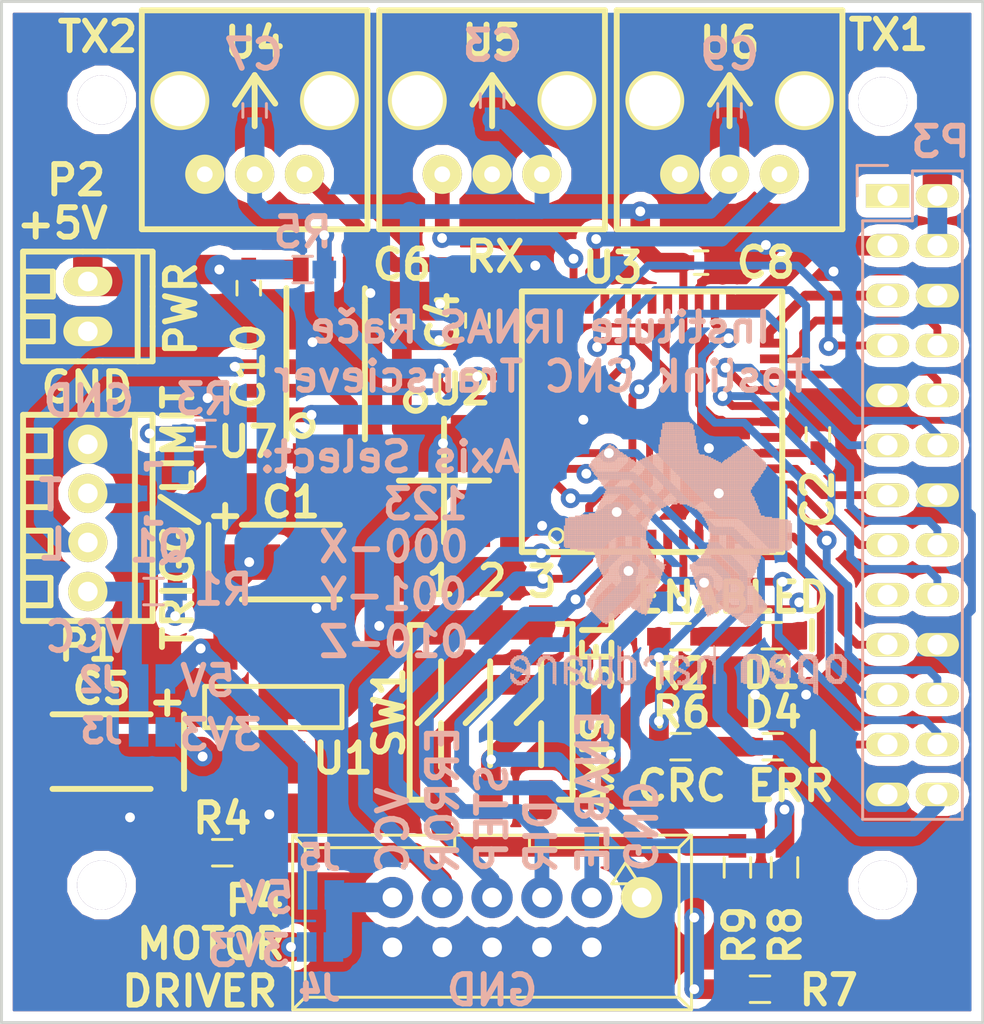
<source format=kicad_pcb>
(kicad_pcb (version 4) (host pcbnew 4.0.0-rc1-stable)
  (title_block (title "Toslink CNC Transciever") (date 2016-04-14) (rev 3.0) (company "Institute IRNAS Rače"))
  (layers (0 F.Cu signal) (31 B.Cu signal) (34 B.Paste user) (35 F.Paste user) (36 B.SilkS user) (37 F.SilkS user) (38 B.Mask user) (39 F.Mask user) (44 Edge.Cuts user))
  (net 0 "")
  (net 1 GND)
  (net 2 +5V)
  (net 3 +3V3)
  (net 4 ENABLE)
  (net 5 DIR)
  (net 6 STEP)
  (net 7 ERROR)
  (net 8 TMS)
  (net 9 TDI)
  (net 10 TDO)
  (net 11 TCK)
  (net 12 CLK)
  (net 13 TOLSINK_RX)
  (net 14 LIMIT)
  (net 15 TOSLINK_TX1)
  (net 16 TOSLINK_TX2)
  (net 17 "Net-(D1-Pad2)")
  (net 18 "Net-(D4-Pad2)")
  (net 19 CRC_ERROR)
  (net 20 "Net-(J2-Pad2)")
  (net 21 "Net-(P1-Pad3)")
  (net 22 "Net-(P1-Pad2)")
  (net 23 "Net-(J4-Pad2)")
  (net 24 TRIGGER)
  (net 25 "Net-(R1-Pad2)")
  (net 26 EN_LED)
  (net 27 AXIS_1)
  (net 28 AXIS_2)
  (net 29 AXIS_3)
  (net 30 I2C_SDA)
  (net 31 I2C_SCL)
  (net 32 UART_RX)
  (net 33 UART_TX)
  (net 34 GENERAL1)
  (net 35 GENERAL2)
  (net 36 GENERAL3)
  (net 37 GENERAL4)
  (net 38 GENERAL5)
  (net 39 GENERAL6)
  (module Pin_Headers:Pin_Header_Straight_2x13 (layer F.Cu) (at 87.626 82.8288)
    (fp_text reference P3 (at 2.7 -2.75) (layer B.SilkS) (effects (font (size 1.5 1.5) (thickness 0.3)) (justify mirror)))
    (fp_text value RPI_header hide)
    (pad 1 thru_hole rect (at 0 0) (size 2.2 1.2) (drill 1.016) (layers *.Cu *.Mask F.SilkS))
    (pad 2 thru_hole oval (at 2.54 0) (size 2.2 1.2) (drill 1.016) (layers *.Cu *.Mask F.SilkS) (net 2 +5V))
    (pad 3 thru_hole oval (at 0 2.54) (size 2.2 1.2) (drill 1.016) (layers *.Cu *.Mask F.SilkS) (net 30 I2C_SDA))
    (pad 4 thru_hole oval (at 2.54 2.54) (size 2.2 1.2) (drill 1.016) (layers *.Cu *.Mask F.SilkS) (net 2 +5V))
    (pad 5 thru_hole oval (at 0 5.08) (size 2.2 1.2) (drill 1.016) (layers *.Cu *.Mask F.SilkS) (net 31 I2C_SCL))
    (pad 6 thru_hole oval (at 2.54 5.08) (size 2.2 1.2) (drill 1.016) (layers *.Cu *.Mask F.SilkS) (net 1 GND))
    (pad 7 thru_hole oval (at 0 7.62) (size 2.2 1.2) (drill 1.016) (layers *.Cu *.Mask F.SilkS) (net 4 ENABLE))
    (pad 8 thru_hole oval (at 2.54 7.62) (size 2.2 1.2) (drill 1.016) (layers *.Cu *.Mask F.SilkS) (net 32 UART_RX))
    (pad 9 thru_hole oval (at 0 10.16) (size 2.2 1.2) (drill 1.016) (layers *.Cu *.Mask F.SilkS) (net 1 GND))
    (pad 10 thru_hole oval (at 2.54 10.16) (size 2.2 1.2) (drill 1.016) (layers *.Cu *.Mask F.SilkS) (net 33 UART_TX))
    (pad 11 thru_hole oval (at 0 12.7) (size 2.2 1.2) (drill 1.016) (layers *.Cu *.Mask F.SilkS) (net 6 STEP))
    (pad 12 thru_hole oval (at 2.54 12.7) (size 2.2 1.2) (drill 1.016) (layers *.Cu *.Mask F.SilkS) (net 24 TRIGGER))
    (pad 13 thru_hole oval (at 0 15.24) (size 2.2 1.2) (drill 1.016) (layers *.Cu *.Mask F.SilkS) (net 38 GENERAL5))
    (pad 14 thru_hole oval (at 2.54 15.24) (size 2.2 1.2) (drill 1.016) (layers *.Cu *.Mask F.SilkS) (net 1 GND))
    (pad 15 thru_hole oval (at 0 17.78) (size 2.2 1.2) (drill 1.016) (layers *.Cu *.Mask F.SilkS) (net 39 GENERAL6))
    (pad 16 thru_hole oval (at 2.54 17.78) (size 2.2 1.2) (drill 1.016) (layers *.Cu *.Mask F.SilkS) (net 34 GENERAL1))
    (pad 17 thru_hole oval (at 0 20.32) (size 2.2 1.2) (drill 1.016) (layers *.Cu *.Mask F.SilkS))
    (pad 18 thru_hole oval (at 2.54 20.32) (size 2.2 1.2) (drill 1.016) (layers *.Cu *.Mask F.SilkS) (net 35 GENERAL2))
    (pad 19 thru_hole oval (at 0 22.86) (size 2.2 1.2) (drill 1.016) (layers *.Cu *.Mask F.SilkS) (net 9 TDI))
    (pad 20 thru_hole oval (at 2.54 22.86) (size 2.2 1.2) (drill 1.016) (layers *.Cu *.Mask F.SilkS) (net 1 GND))
    (pad 21 thru_hole oval (at 0 25.4) (size 2.2 1.2) (drill 1.016) (layers *.Cu *.Mask F.SilkS) (net 10 TDO))
    (pad 22 thru_hole oval (at 2.54 25.4) (size 2.2 1.2) (drill 1.016) (layers *.Cu *.Mask F.SilkS) (net 36 GENERAL3))
    (pad 23 thru_hole oval (at 0 27.94) (size 2.2 1.2) (drill 1.016) (layers *.Cu *.Mask F.SilkS) (net 11 TCK))
    (pad 24 thru_hole oval (at 2.54 27.94) (size 2.2 1.2) (drill 1.016) (layers *.Cu *.Mask F.SilkS) (net 8 TMS))
    (pad 25 thru_hole oval (at 0 30.48) (size 2.2 1.2) (drill 1.016) (layers *.Cu *.Mask F.SilkS) (net 1 GND))
    (pad 26 thru_hole oval (at 2.54 30.48) (size 2.2 1.2) (drill 1.016) (layers *.Cu *.Mask F.SilkS) (net 37 GENERAL4))
  )
  (module VQFP44:VASCH5x2 (layer F.Cu) (at 67.476 119.8288 180)
    (fp_text reference P4 (at 12.1 1.1 180) (layer F.SilkS) (effects (font (size 1.5 1.5) (thickness 0.3))))
    (fp_text value "PoStep25-32 connector" hide)
    (pad 1 thru_hole circle (at -5.08 1.27 180) (size 2.1 2.1) (drill 1) (layers *.Cu *.Mask) (net 4 ENABLE))
    (pad 2 thru_hole circle (at -5.08 -1.27 180) (size 2.1 2.1) (drill 1) (layers *.Cu *.Mask) (net 1 GND))
    (pad 3 thru_hole circle (at -2.54 1.27 180) (size 2.1 2.1) (drill 1) (layers *.Cu *.Mask) (net 5 DIR))
    (pad 4 thru_hole circle (at -2.54 -1.27 180) (size 2.1 2.1) (drill 1) (layers *.Cu *.Mask) (net 1 GND))
    (pad 5 thru_hole circle (at 0 1.27 180) (size 2.1 2.1) (drill 1) (layers *.Cu *.Mask) (net 6 STEP))
    (pad 6 thru_hole circle (at 0 -1.27 180) (size 2.1 2.1) (drill 1) (layers *.Cu *.Mask) (net 1 GND))
    (pad 7 thru_hole circle (at 2.54 1.27 180) (size 2.1 2.1) (drill 1) (layers *.Cu *.Mask) (net 7 ERROR))
    (pad 8 thru_hole circle (at 2.54 -1.27 180) (size 2.1 2.1) (drill 1) (layers *.Cu *.Mask) (net 1 GND))
    (pad 9 thru_hole circle (at 5.08 1.27 180) (size 2.1 2.1) (drill 1) (layers *.Cu *.Mask) (net 23 "Net-(J4-Pad2)"))
    (pad 10 thru_hole circle (at 5.08 -1.27 180) (size 2.1 2.1) (drill 1) (layers *.Cu *.Mask) (net 1 GND))
    (pad 2 thru_hole circle (at -7.62 1.27 180) (size 2.1 2.1) (drill 1) (layers *.Cu *.Mask F.SilkS) (net 1 GND))
  )
  (module VQFP44:DLT1111 (layer F.Cu) (at 55.376 81.7288)
    (fp_text reference U4 (at 0 -6.7) (layer F.SilkS) (effects (font (size 1.5 1.5) (thickness 0.3))))
    (fp_text value DLT1111 hide)
    (pad 1 thru_hole circle (at 3.81 -3.75) (size 3 3) (drill 2.6) (layers *.Cu *.Mask F.SilkS) (net 1 GND))
    (pad 3 thru_hole circle (at 2.54 0) (size 2 2) (drill 0.8) (layers *.Cu *.Mask F.SilkS) (net 16 TOSLINK_TX2))
    (pad 2 thru_hole circle (at 0 0) (size 2 2) (drill 0.8) (layers *.Cu *.Mask F.SilkS) (net 3 +3V3))
    (pad 1 thru_hole circle (at -2.54 0) (size 2 2) (drill 0.8) (layers *.Cu *.Mask F.SilkS) (net 1 GND))
    (pad 1 thru_hole circle (at -3.81 -3.75) (size 3 3) (drill 2.6) (layers *.Cu *.Mask F.SilkS) (net 1 GND))
  )
  (module VQFP44:DLR1111 (layer F.Cu) (at 67.476 81.7288)
    (fp_text reference U5 (at 0 -6.8) (layer F.SilkS) (effects (font (size 1.5 1.5) (thickness 0.3))))
    (fp_text value DLR1111 hide)
    (pad 2 thru_hole circle (at 3.81 -3.75) (size 3 3) (drill 2.6) (layers *.Cu *.Mask F.SilkS) (net 1 GND))
    (pad 3 thru_hole circle (at 2.54 0) (size 2 2) (drill 0.8) (layers *.Cu *.Mask F.SilkS) (net 3 +3V3))
    (pad 2 thru_hole circle (at 0 0) (size 2 2) (drill 0.8) (layers *.Cu *.Mask F.SilkS) (net 1 GND))
    (pad 1 thru_hole circle (at -2.54 0) (size 2 2) (drill 0.8) (layers *.Cu *.Mask F.SilkS) (net 13 TOLSINK_RX))
    (pad 2 thru_hole circle (at -3.81 -3.75) (size 3 3) (drill 2.6) (layers *.Cu *.Mask F.SilkS) (net 1 GND))
  )
  (module VQFP44:DLT1111 (layer F.Cu) (at 79.576 81.7288)
    (fp_text reference U6 (at 0 -6.7) (layer F.SilkS) (effects (font (size 1.5 1.5) (thickness 0.3))))
    (fp_text value DLT1111 hide)
    (pad 1 thru_hole circle (at 3.81 -3.75) (size 3 3) (drill 2.6) (layers *.Cu *.Mask F.SilkS) (net 1 GND))
    (pad 3 thru_hole circle (at 2.54 0) (size 2 2) (drill 0.8) (layers *.Cu *.Mask F.SilkS) (net 15 TOSLINK_TX1))
    (pad 2 thru_hole circle (at 0 0) (size 2 2) (drill 0.8) (layers *.Cu *.Mask F.SilkS) (net 3 +3V3))
    (pad 1 thru_hole circle (at -2.54 0) (size 2 2) (drill 0.8) (layers *.Cu *.Mask F.SilkS) (net 1 GND))
    (pad 1 thru_hole circle (at -3.81 -3.75) (size 3 3) (drill 2.6) (layers *.Cu *.Mask F.SilkS) (net 1 GND))
  )
  (module VQFP44:MountingHole_1-5mm (layer F.Cu) (at 47.586 77.9388)
    (fp_text reference REF** hide)
    (fp_text value MountingHole_1-5mm hide)
    (pad 1 thru_hole circle (at 0 0) (size 2.5 2.5) (drill 2.5) (layers *.Cu))
  )
  (module VQFP44:MountingHole_1-5mm (layer F.Cu) (at 87.376 78.0288)
    (fp_text reference REF** hide)
    (fp_text value MountingHole_1-5mm hide)
    (pad 1 thru_hole circle (at 0 0) (size 2.5 2.5) (drill 2.5) (layers *.Cu))
  )
  (module VQFP44:MountingHole_1-5mm (layer F.Cu) (at 47.576 117.9288)
    (fp_text reference REF** hide)
    (fp_text value MountingHole_1-5mm hide)
    (pad 1 thru_hole circle (at 0 0) (size 2.5 2.5) (drill 2.5) (layers *.Cu))
  )
  (module VQFP44:VQFP44 (layer F.Cu) (at 71.626 100.3288)
    (fp_text reference U3 (at 2 -13.85 180) (layer F.SilkS) (effects (font (size 1.5 1.5) (thickness 0.3))))
    (fp_text value XC9572XL hide)
    (pad 1 smd rect (at 0 0) (size 0.44958 1) (layers F.Cu F.Paste F.Mask) (net 7 ERROR))
    (pad 2 smd rect (at 0.79756 0) (size 0.44958 1) (layers F.Cu F.Paste F.Mask) (net 6 STEP))
    (pad 3 smd rect (at 1.59766 0) (size 0.44958 1) (layers F.Cu F.Paste F.Mask) (net 5 DIR))
    (pad 4 smd rect (at 2.39776 0) (size 0.44958 1) (layers F.Cu F.Paste F.Mask) (net 1 GND))
    (pad 5 smd rect (at 3.19786 0) (size 0.44958 1) (layers F.Cu F.Paste F.Mask) (net 4 ENABLE))
    (pad 6 smd rect (at 3.99796 0) (size 0.44958 1) (layers F.Cu F.Paste F.Mask) (net 27 AXIS_1))
    (pad 7 smd rect (at 4.79806 0) (size 0.44958 1) (layers F.Cu F.Paste F.Mask) (net 28 AXIS_2))
    (pad 8 smd rect (at 5.59816 0) (size 0.44958 1) (layers F.Cu F.Paste F.Mask) (net 29 AXIS_3))
    (pad 9 smd rect (at 6.39826 0) (size 0.44958 1) (layers F.Cu F.Paste F.Mask) (net 9 TDI))
    (pad 10 smd rect (at 7.19836 0) (size 0.44958 1) (layers F.Cu F.Paste F.Mask) (net 8 TMS))
    (pad 11 smd rect (at 7.99846 0) (size 0.44958 1) (layers F.Cu F.Paste F.Mask) (net 11 TCK))
    (pad 12 smd rect (at 9.99998 -1.99898 270) (size 0.44958 1) (layers F.Cu F.Paste F.Mask) (net 36 GENERAL3))
    (pad 13 smd rect (at 9.99998 -2.79908 270) (size 0.44958 1) (layers F.Cu F.Paste F.Mask) (net 39 GENERAL6))
    (pad 14 smd rect (at 9.99998 -3.59918 270) (size 0.44958 1) (layers F.Cu F.Paste F.Mask) (net 38 GENERAL5))
    (pad 15 smd rect (at 9.99998 -4.39928 270) (size 0.44958 1) (layers F.Cu F.Paste F.Mask) (net 3 +3V3))
    (pad 16 smd rect (at 9.99998 -5.19938 270) (size 0.44958 1) (layers F.Cu F.Paste F.Mask))
    (pad 17 smd rect (at 9.99998 -5.99948 270) (size 0.44958 1) (layers F.Cu F.Paste F.Mask) (net 1 GND))
    (pad 18 smd rect (at 9.99998 -6.79958 270) (size 0.44958 1) (layers F.Cu F.Paste F.Mask) (net 35 GENERAL2))
    (pad 19 smd rect (at 9.99998 -7.59968 270) (size 0.44958 1) (layers F.Cu F.Paste F.Mask) (net 34 GENERAL1))
    (pad 20 smd rect (at 9.99998 -8.39978 270) (size 0.44958 1) (layers F.Cu F.Paste F.Mask) (net 33 UART_TX))
    (pad 21 smd rect (at 9.99998 -9.19988 270) (size 0.44958 1) (layers F.Cu F.Paste F.Mask) (net 32 UART_RX))
    (pad 22 smd rect (at 9.99998 -9.99998 270) (size 0.44958 1) (layers F.Cu F.Paste F.Mask) (net 31 I2C_SCL))
    (pad 23 smd rect (at 7.99846 -11.99896 180) (size 0.44958 1) (layers F.Cu F.Paste F.Mask) (net 30 I2C_SDA))
    (pad 24 smd rect (at 7.19836 -11.99896 180) (size 0.44958 1) (layers F.Cu F.Paste F.Mask) (net 10 TDO))
    (pad 25 smd rect (at 6.39826 -11.99896 180) (size 0.44958 1) (layers F.Cu F.Paste F.Mask) (net 1 GND))
    (pad 26 smd rect (at 5.59816 -11.99896 180) (size 0.44958 1) (layers F.Cu F.Paste F.Mask) (net 3 +3V3))
    (pad 27 smd rect (at 4.79806 -11.99896 180) (size 0.44958 1) (layers F.Cu F.Paste F.Mask))
    (pad 28 smd rect (at 3.99796 -11.99896 180) (size 0.44958 1) (layers F.Cu F.Paste F.Mask))
    (pad 29 smd rect (at 3.19786 -11.99896 180) (size 0.44958 1) (layers F.Cu F.Paste F.Mask))
    (pad 30 smd rect (at 2.39776 -11.99896 180) (size 0.44958 1) (layers F.Cu F.Paste F.Mask))
    (pad 31 smd rect (at 1.59766 -11.99896 180) (size 0.44958 1) (layers F.Cu F.Paste F.Mask))
    (pad 32 smd rect (at 0.79756 -11.99896 180) (size 0.44958 1) (layers F.Cu F.Paste F.Mask) (net 15 TOSLINK_TX1))
    (pad 33 smd rect (at 0 -11.99896 180) (size 0.44958 1) (layers F.Cu F.Paste F.Mask) (net 13 TOLSINK_RX))
    (pad 34 smd rect (at -1.99898 -9.99998 90) (size 0.44958 1) (layers F.Cu F.Paste F.Mask) (net 16 TOSLINK_TX2))
    (pad 35 smd rect (at -1.99898 -9.19988 90) (size 0.44958 1) (layers F.Cu F.Paste F.Mask) (net 3 +3V3))
    (pad 36 smd rect (at -1.99898 -8.39978 90) (size 0.44958 1) (layers F.Cu F.Paste F.Mask))
    (pad 37 smd rect (at -1.99898 -7.59968 90) (size 0.44958 1) (layers F.Cu F.Paste F.Mask) (net 24 TRIGGER))
    (pad 38 smd rect (at -1.99898 -6.79958 90) (size 0.44958 1) (layers F.Cu F.Paste F.Mask) (net 14 LIMIT))
    (pad 39 smd rect (at -1.99898 -5.99948 90) (size 0.44958 1) (layers F.Cu F.Paste F.Mask))
    (pad 40 smd rect (at -1.99898 -5.19938 90) (size 0.44958 1) (layers F.Cu F.Paste F.Mask))
    (pad 41 smd rect (at -1.99898 -4.39928 90) (size 0.44958 1) (layers F.Cu F.Paste F.Mask) (net 37 GENERAL4))
    (pad 42 smd rect (at -1.99898 -3.59918 90) (size 0.44958 1) (layers F.Cu F.Paste F.Mask) (net 19 CRC_ERROR))
    (pad 43 smd rect (at -1.99898 -2.79908 90) (size 0.44958 1) (layers F.Cu F.Paste F.Mask) (net 26 EN_LED))
    (pad 44 smd rect (at -1.99898 -1.99898 90) (size 0.44958 1) (layers F.Cu F.Paste F.Mask) (net 12 CLK))
  )
  (module VQFP44:SOT-223 (layer F.Cu) (at 56.326 105.8788 180)
    (fp_text reference U1 (at -3.55 -5.6 360) (layer F.SilkS) (effects (font (size 1.5 1.5) (thickness 0.3))))
    (fp_text value TLV1117 hide)
    (pad 3 smd rect (at 2.3 0 180) (size 0.95 2.15) (layers F.Cu F.Paste F.Mask) (net 2 +5V))
    (pad 1 smd rect (at -2.3 0 180) (size 0.95 2.15) (layers F.Cu F.Paste F.Mask) (net 1 GND))
    (pad 2 smd rect (at 0 0 180) (size 0.95 2.15) (layers F.Cu F.Paste F.Mask) (net 3 +3V3))
    (pad 2 smd rect (at 0 -5.8 180) (size 3.25 2.15) (layers F.Cu F.Paste F.Mask) (net 3 +3V3))
  )
  (module Capacitors_SMD:C_0603_HandSoldering (layer B.Cu) (at 79.576 78.4788 90)
    (fp_text reference C9 (at 2.85 0 180) (layer B.SilkS) (effects (font (size 1.5 1.5) (thickness 0.3)) (justify mirror)))
    (fp_text value 100nF,25V hide)
    (pad 1 smd rect (at -0.95 0 90) (size 1.2 0.75) (layers B.Cu B.Paste B.Mask) (net 3 +3V3))
    (pad 2 smd rect (at 0.95 0 90) (size 1.2 0.75) (layers B.Cu B.Paste B.Mask) (net 1 GND))
  )
  (module Capacitors_SMD:C_0603_HandSoldering (layer F.Cu) (at 78.126 86.2288)
    (fp_text reference C8 (at 3.3 0) (layer F.SilkS) (effects (font (size 1.5 1.5) (thickness 0.3))))
    (fp_text value 100nF,25V hide)
    (pad 1 smd rect (at -0.95 0) (size 1.2 0.75) (layers F.Cu F.Paste F.Mask) (net 3 +3V3))
    (pad 2 smd rect (at 0.95 0) (size 1.2 0.75) (layers F.Cu F.Paste F.Mask) (net 1 GND))
  )
  (module Capacitors_SMD:C_0603_HandSoldering (layer B.Cu) (at 55.376 78.4788 90)
    (fp_text reference C7 (at 2.85 -0.05 180) (layer B.SilkS) (effects (font (size 1.5 1.5) (thickness 0.3)) (justify mirror)))
    (fp_text value 100nF,25V hide)
    (pad 1 smd rect (at -0.95 0 90) (size 1.2 0.75) (layers B.Cu B.Paste B.Mask) (net 3 +3V3))
    (pad 2 smd rect (at 0.95 0 90) (size 1.2 0.75) (layers B.Cu B.Paste B.Mask) (net 1 GND))
  )
  (module Capacitors_SMD:C_0603_HandSoldering (layer F.Cu) (at 62.876 89.2288 270)
    (fp_text reference C6 (at -2.9 0 360) (layer F.SilkS) (effects (font (size 1.5 1.5) (thickness 0.3))))
    (fp_text value 100nF,25V hide)
    (pad 1 smd rect (at -0.95 0 270) (size 1.2 0.75) (layers F.Cu F.Paste F.Mask) (net 1 GND))
    (pad 2 smd rect (at 0.95 0 270) (size 1.2 0.75) (layers F.Cu F.Paste F.Mask) (net 3 +3V3))
  )
  (module VQFP44:TantalC_SizeB_EIA-3528_HandSoldering (layer F.Cu) (at 47.576 111.1288 180)
    (fp_text reference C5 (at 0 3.2 180) (layer F.SilkS) (effects (font (size 1.5 1.5) (thickness 0.3))))
    (fp_text value 10uF,25V hide)
    (fp_text user + (at -3.35 2.6 180) (layer F.SilkS) (effects (font (size 1.5 1.5) (thickness 0.3))))
    (pad 2 smd rect (at 2.12598 0 180) (size 3.1496 1.80086) (layers F.Cu F.Paste F.Mask) (net 1 GND))
    (pad 1 smd rect (at -2.12598 0 180) (size 3.1496 1.80086) (layers F.Cu F.Paste F.Mask) (net 3 +3V3))
  )
  (module Capacitors_SMD:C_0603_HandSoldering (layer F.Cu) (at 66.726 89.1788 270)
    (fp_text reference C4 (at 0 1.75 270) (layer F.SilkS) (effects (font (size 1.5 1.5) (thickness 0.3))))
    (fp_text value 100nF,25V hide)
    (pad 1 smd rect (at -0.95 0 270) (size 1.2 0.75) (layers F.Cu F.Paste F.Mask) (net 1 GND))
    (pad 2 smd rect (at 0.95 0 270) (size 1.2 0.75) (layers F.Cu F.Paste F.Mask) (net 3 +3V3))
  )
  (module Capacitors_SMD:C_0603_HandSoldering (layer B.Cu) (at 67.476 77.9788 270)
    (fp_text reference C3 (at -2.8 0 360) (layer B.SilkS) (effects (font (size 1.5 1.5) (thickness 0.3)) (justify mirror)))
    (fp_text value 100nF,25V hide)
    (pad 1 smd rect (at -0.95 0 270) (size 1.2 0.75) (layers B.Cu B.Paste B.Mask) (net 1 GND))
    (pad 2 smd rect (at 0.95 0 270) (size 1.2 0.75) (layers B.Cu B.Paste B.Mask) (net 3 +3V3))
  )
  (module Capacitors_SMD:C_0603_HandSoldering (layer F.Cu) (at 84.076 94.9788 270)
    (fp_text reference C2 (at 3.3 0 270) (layer F.SilkS) (effects (font (size 1.5 1.5) (thickness 0.3))))
    (fp_text value 100nF,25V hide)
    (pad 1 smd rect (at -0.95 0 270) (size 1.2 0.75) (layers F.Cu F.Paste F.Mask) (net 1 GND))
    (pad 2 smd rect (at 0.95 0 270) (size 1.2 0.75) (layers F.Cu F.Paste F.Mask) (net 3 +3V3))
  )
  (module VQFP44:TantalC_SizeB_EIA-3528_HandSoldering (layer F.Cu) (at 57.226 101.4788)
    (fp_text reference C1 (at 0 -3.05 180) (layer F.SilkS) (effects (font (size 1.5 1.5) (thickness 0.3))))
    (fp_text value 10uF,25V hide)
    (fp_text user + (at -3.35 -2.45) (layer F.SilkS) (effects (font (size 1.5 1.5) (thickness 0.3))))
    (pad 2 smd rect (at 2.12598 0) (size 3.1496 1.80086) (layers F.Cu F.Paste F.Mask) (net 1 GND))
    (pad 1 smd rect (at -2.12598 0) (size 3.1496 1.80086) (layers F.Cu F.Paste F.Mask) (net 2 +5V))
  )
  (module CFPS-9-50M:CFPS-9-50M (layer F.Cu) (at 63.876 96.0788 270)
    (fp_text reference U2 (at -3.4 -2 360) (layer F.SilkS) (effects (font (size 1.5 1.5) (thickness 0.3))))
    (fp_text value CFPS-9-50M hide)
    (pad 4 smd rect (at -0.64 -2.49 270) (size 2.9 2) (layers F.Cu F.Paste F.Mask) (net 3 +3V3))
    (pad 3 smd rect (at 3.18 -2.5 270) (size 2.9 2) (layers F.Cu F.Paste F.Mask) (net 12 CLK))
    (pad 2 smd rect (at 3.18 0.28 270) (size 2.9 2) (layers F.Cu F.Paste F.Mask) (net 1 GND))
    (pad 1 smd rect (at -0.65 0.27 270) (size 2.9 2) (layers F.Cu F.Paste F.Mask) (net 3 +3V3))
  )
  (module VQFP44:MountingHole_1-5mm (layer F.Cu) (at 87.376 117.9288)
    (fp_text reference REF** hide)
    (fp_text value MountingHole_1-5mm hide)
    (pad 1 thru_hole circle (at 0 0) (size 2.5 2.5) (drill 2.5) (layers *.Cu))
  )
  (module VQFP44:LED_0603_HandSoldering (layer F.Cu) (at 81.726 105.2288)
    (fp_text reference D1 (at 0 1.9) (layer F.SilkS) (effects (font (size 1.5 1.5) (thickness 0.3))))
    (fp_text value "LED Green" hide)
    (pad 2 smd rect (at -1.1 0) (size 1.2 0.9) (layers F.Cu F.Paste F.Mask) (net 17 "Net-(D1-Pad2)"))
    (pad 1 smd rect (at 1.1 0) (size 1.2 0.9) (layers F.Cu F.Paste F.Mask) (net 1 GND))
  )
  (module Resistors_SMD:R_0603_HandSoldering (layer F.Cu) (at 77.076 105.2788 180)
    (fp_text reference R2 (at 0 -1.9 180) (layer F.SilkS) (effects (font (size 1.5 1.5) (thickness 0.3))))
    (fp_text value 1K hide)
    (pad 1 smd rect (at -1.1 0 180) (size 1.2 0.9) (layers F.Cu F.Paste F.Mask) (net 17 "Net-(D1-Pad2)"))
    (pad 2 smd rect (at 1.1 0 180) (size 1.2 0.9) (layers F.Cu F.Paste F.Mask) (net 26 EN_LED))
  )
  (module VQFP44:LED_0603_HandSoldering (layer F.Cu) (at 81.776 110.8788)
    (fp_text reference D4 (at 0 -1.75 180) (layer F.SilkS) (effects (font (size 1.5 1.5) (thickness 0.3))))
    (fp_text value "LED Red" hide)
    (pad 2 smd rect (at -1.1 0) (size 1.2 0.9) (layers F.Cu F.Paste F.Mask) (net 18 "Net-(D4-Pad2)"))
    (pad 1 smd rect (at 1.1 0) (size 1.2 0.9) (layers F.Cu F.Paste F.Mask) (net 1 GND))
  )
  (module Resistors_SMD:R_0603_HandSoldering (layer F.Cu) (at 77.076 110.8788 180)
    (fp_text reference R6 (at -0.05 1.75 360) (layer F.SilkS) (effects (font (size 1.5 1.5) (thickness 0.3))))
    (fp_text value 1K hide)
    (pad 1 smd rect (at -1.1 0 180) (size 1.2 0.9) (layers F.Cu F.Paste F.Mask) (net 18 "Net-(D4-Pad2)"))
    (pad 2 smd rect (at 1.1 0 180) (size 1.2 0.9) (layers F.Cu F.Paste F.Mask) (net 19 CRC_ERROR))
  )
  (module Resistors_SMD:R_0603_HandSoldering (layer F.Cu) (at 81.126 123.2288 180)
    (fp_text reference R7 (at -3.5 -0.05 180) (layer F.SilkS) (effects (font (size 1.5 1.5) (thickness 0.3))))
    (fp_text value 10K hide)
    (pad 1 smd rect (at -1.1 0 180) (size 1.2 0.9) (layers F.Cu F.Paste F.Mask) (net 1 GND))
    (pad 2 smd rect (at 1.1 0 180) (size 1.2 0.9) (layers F.Cu F.Paste F.Mask) (net 27 AXIS_1))
  )
  (module Resistors_SMD:R_0603_HandSoldering (layer F.Cu) (at 82.376 117.0288 90)
    (fp_text reference R8 (at -3.45 0.05 270) (layer F.SilkS) (effects (font (size 1.5 1.5) (thickness 0.3))))
    (fp_text value 10K hide)
    (pad 1 smd rect (at -1.1 0 90) (size 1.2 0.9) (layers F.Cu F.Paste F.Mask) (net 1 GND))
    (pad 2 smd rect (at 1.1 0 90) (size 1.2 0.9) (layers F.Cu F.Paste F.Mask) (net 28 AXIS_2))
  )
  (module Resistors_SMD:R_0603_HandSoldering (layer F.Cu) (at 79.976 117.0288 90)
    (fp_text reference R9 (at -3.45 0.1 90) (layer F.SilkS) (effects (font (size 1.5 1.5) (thickness 0.3))))
    (fp_text value 10K hide)
    (pad 1 smd rect (at -1.1 0 90) (size 1.2 0.9) (layers F.Cu F.Paste F.Mask) (net 1 GND))
    (pad 2 smd rect (at 1.1 0 90) (size 1.2 0.9) (layers F.Cu F.Paste F.Mask) (net 29 AXIS_3))
  )
  (module OPEN_HW:OSHWLOGO0.75IN (layer B.Cu) (at 86.5 92 180)
    (fp_text reference G*** hide)
    (fp_text value LOGO hide)
  )
  (module Capacitors_SMD:C_0603_HandSoldering (layer F.Cu) (at 55.076 87.5288 270)
    (fp_text reference C10 (at 4 0 270) (layer F.SilkS) (effects (font (size 1.5 1.5) (thickness 0.3))))
    (fp_text value 100nF,25V hide)
    (pad 1 smd rect (at -0.95 0 270) (size 1.2 0.75) (layers F.Cu F.Paste F.Mask) (net 2 +5V))
    (pad 2 smd rect (at 0.95 0 270) (size 1.2 0.75) (layers F.Cu F.Paste F.Mask) (net 1 GND))
  )
  (module terminal_block_2_5mm_4pole:terminal_block_2_5mm_4pole (layer F.Cu) (at 46.876 97.9788 270)
    (fp_text reference P1 (at 7.75 0 360) (layer F.SilkS) (effects (font (size 1.5 1.5) (thickness 0.3))))
    (fp_text value CONN_01X04 hide)
    (pad 4 thru_hole circle (at 5 0 270) (size 2 2) (drill 1) (layers *.Cu *.Mask F.SilkS) (net 20 "Net-(J2-Pad2)"))
    (pad 3 thru_hole circle (at 2.5 0 270) (size 2 2) (drill 1) (layers *.Cu *.Mask F.SilkS) (net 21 "Net-(P1-Pad3)"))
    (pad 1 thru_hole circle (at -2.5 0 270) (size 2 2) (drill 1) (layers *.Cu *.Mask F.SilkS) (net 1 GND))
    (pad 2 thru_hole circle (at 0 0 270) (size 2 2) (drill 1) (layers *.Cu *.Mask F.SilkS) (net 22 "Net-(P1-Pad2)"))
  )
  (module sot_32_standard:SOT-23 (layer B.Cu) (at 50.526 97.9788 270)
    (fp_text reference Q1 (at 2.7 0 360) (layer B.SilkS) (effects (font (size 1.5 1.5) (thickness 0.3)) (justify mirror)))
    (fp_text value RSR010N10FHATL hide)
    (pad 1 smd rect (at -0.95 -1.25 270) (size 0.8001 1.25) (layers B.Cu B.Paste B.Mask) (net 24 TRIGGER))
    (pad 2 smd rect (at 0.95 -1.25 270) (size 0.8001 1.25) (layers B.Cu B.Paste B.Mask) (net 1 GND))
    (pad 3 smd rect (at 0 1.25 270) (size 0.8001 1.25) (layers B.Cu B.Paste B.Mask) (net 22 "Net-(P1-Pad2)"))
  )
  (module Resistors_SMD:R_0603_HandSoldering (layer B.Cu) (at 50.226 102.9788)
    (fp_text reference R1 (at 3.55 -0.1) (layer B.SilkS) (effects (font (size 1.5 1.5) (thickness 0.3)) (justify mirror)))
    (fp_text value 1K hide)
    (pad 1 smd rect (at -1.1 0) (size 1.2 0.9) (layers B.Cu B.Paste B.Mask) (net 20 "Net-(J2-Pad2)"))
    (pad 2 smd rect (at 1.1 0) (size 1.2 0.9) (layers B.Cu B.Paste B.Mask) (net 25 "Net-(R1-Pad2)"))
  )
  (module Resistors_SMD:R_0603_HandSoldering (layer B.Cu) (at 52.876 94.9288 180)
    (fp_text reference R3 (at 0.05 1.75 180) (layer B.SilkS) (effects (font (size 1.5 1.5) (thickness 0.3)) (justify mirror)))
    (fp_text value 10K hide)
    (pad 1 smd rect (at -1.1 0 180) (size 1.2 0.9) (layers B.Cu B.Paste B.Mask) (net 1 GND))
    (pad 2 smd rect (at 1.1 0 180) (size 1.2 0.9) (layers B.Cu B.Paste B.Mask) (net 24 TRIGGER))
  )
  (module Resistors_SMD:R_0603_HandSoldering (layer F.Cu) (at 53.726 116.2788)
    (fp_text reference R4 (at 0 -1.75) (layer F.SilkS) (effects (font (size 1.5 1.5) (thickness 0.3))))
    (fp_text value 10K hide)
    (pad 1 smd rect (at -1.1 0) (size 1.2 0.9) (layers F.Cu F.Paste F.Mask) (net 3 +3V3))
    (pad 2 smd rect (at 1.1 0) (size 1.2 0.9) (layers F.Cu F.Paste F.Mask) (net 7 ERROR))
  )
  (module Resistors_SMD:R_0603_HandSoldering (layer B.Cu) (at 57.826 86.5788 180)
    (fp_text reference R5 (at 0 1.9 180) (layer B.SilkS) (effects (font (size 1.5 1.5) (thickness 0.3)) (justify mirror)))
    (fp_text value 10K hide)
    (pad 1 smd rect (at -1.1 0 180) (size 1.2 0.9) (layers B.Cu B.Paste B.Mask) (net 14 LIMIT))
    (pad 2 smd rect (at 1.1 0 180) (size 1.2 0.9) (layers B.Cu B.Paste B.Mask) (net 2 +5V))
  )
  (module TLP2704:TLP2704 (layer F.Cu) (at 57.726 86.5788)
    (fp_text reference U7 (at -2.7 8.775) (layer F.SilkS) (effects (font (size 1.5 1.5) (thickness 0.3))))
    (fp_text value TLP2704 hide)
    (pad 3 smd rect (at 2.54 9.5) (size 0.8 1.3) (layers F.Cu F.Paste F.Mask) (net 21 "Net-(P1-Pad3)"))
    (pad 2 smd rect (at 1.27 9.5) (size 0.8 1.3) (layers F.Cu F.Paste F.Mask))
    (pad 1 smd rect (at 0 9.5) (size 0.8 1.3) (layers F.Cu F.Paste F.Mask) (net 25 "Net-(R1-Pad2)"))
    (pad 4 smd rect (at 2.54 0) (size 0.8 1.3) (layers F.Cu F.Paste F.Mask) (net 1 GND))
    (pad 5 smd rect (at 1.27 0) (size 0.8 1.3) (layers F.Cu F.Paste F.Mask) (net 14 LIMIT))
    (pad 6 smd rect (at 0 0) (size 0.8 1.3) (layers F.Cu F.Paste F.Mask) (net 2 +5V))
  )
  (module terminal_block_2_5mm:terminal_block_2_5mm (layer F.Cu) (at 46.876 89.7288 270)
    (fp_text reference P2 (at -7.7 0.6 360) (layer F.SilkS) (effects (font (size 1.5 1.5) (thickness 0.3))))
    (fp_text value term_block hide)
    (pad 1 thru_hole oval (at -2.54 0 270) (size 1.5 2.5) (drill 1) (layers *.Cu *.Mask F.SilkS) (net 2 +5V))
    (pad 2 thru_hole oval (at 0 0 270) (size 1.5 2.5) (drill 1) (layers *.Cu *.Mask F.SilkS) (net 1 GND))
  )
  (module OMRON_ELECTRONIC_COMPONENTS_A6S-3102-H_DIP_Switch:OMRON_ELECTRONIC_COMPONENTS_A6S-3102-H_DIP_Switch (layer F.Cu) (at 64.876 113.5788)
    (fp_text reference SW1 (at -2.65 -4.45 90) (layer F.SilkS) (effects (font (size 1.5 1.5) (thickness 0.3))))
    (fp_text value DIP3 hide)
    (pad 3 smd rect (at 5.08 0) (size 1.2 2) (layers F.Cu F.Paste F.Mask) (net 29 AXIS_3))
    (pad 4 smd rect (at 5.08 -8.9) (size 1.2 2) (layers F.Cu F.Paste F.Mask) (net 3 +3V3))
    (pad 5 smd rect (at 2.54 -8.9) (size 1.2 2) (layers F.Cu F.Paste F.Mask) (net 3 +3V3))
    (pad 6 smd rect (at 0 -8.9) (size 1.2 2) (layers F.Cu F.Paste F.Mask) (net 3 +3V3))
    (pad 2 smd rect (at 2.54 0) (size 1.2 2) (layers F.Cu F.Paste F.Mask) (net 28 AXIS_2))
    (pad 1 smd rect (at 0 0) (size 1.1 2) (layers F.Cu F.Paste F.Mask) (net 27 AXIS_1))
  )
  (module solder_bridge:solder_bridge (layer B.Cu) (at 58.676 118.4288)
    (fp_text reference J5 (at 0 -1.9) (layer B.SilkS) (effects (font (size 1.2 1.2) (thickness 0.3)) (justify mirror)))
    (fp_text value solder_bridge hide)
    (pad 2 smd rect (at 0.762 0) (size 1 1.5) (layers B.Cu B.Paste B.Mask) (net 23 "Net-(J4-Pad2)"))
    (pad 1 smd rect (at -0.6 0) (size 1 1.5) (layers B.Cu B.Paste B.Mask) (net 2 +5V))
  )
  (module solder_bridge:solder_bridge (layer B.Cu) (at 58.626 121.0788)
    (fp_text reference J4 (at 0.05 2.1) (layer B.SilkS) (effects (font (size 1.2 1.2) (thickness 0.3)) (justify mirror)))
    (fp_text value solder_bridge hide)
    (pad 2 smd rect (at 0.762 0) (size 1 1.5) (layers B.Cu B.Paste B.Mask) (net 23 "Net-(J4-Pad2)"))
    (pad 1 smd rect (at -0.6 0) (size 1 1.5) (layers B.Cu B.Paste B.Mask) (net 3 +3V3))
  )
  (module solder_bridge:solder_bridge (layer B.Cu) (at 50.226 110.1288 180)
    (fp_text reference J3 (at 2.65 0.05 180) (layer B.SilkS) (effects (font (size 1.2 1.2) (thickness 0.3)) (justify mirror)))
    (fp_text value solder_bridge hide)
    (pad 2 smd rect (at 0.762 0 180) (size 1 1.5) (layers B.Cu B.Paste B.Mask) (net 20 "Net-(J2-Pad2)"))
    (pad 1 smd rect (at -0.6 0 180) (size 1 1.5) (layers B.Cu B.Paste B.Mask) (net 3 +3V3))
  )
  (module solder_bridge:solder_bridge (layer B.Cu) (at 50.226 107.4288 180)
    (fp_text reference J2 (at 2.75 -0.05 180) (layer B.SilkS) (effects (font (size 1.2 1.2) (thickness 0.3)) (justify mirror)))
    (fp_text value solder_bridge hide)
    (pad 2 smd rect (at 0.762 0 180) (size 1 1.5) (layers B.Cu B.Paste B.Mask) (net 20 "Net-(J2-Pad2)"))
    (pad 1 smd rect (at -0.6 0 180) (size 1 1.5) (layers B.Cu B.Paste B.Mask) (net 2 +5V))
  )
  (gr_text PWR (at 51.626 88.5788 90) (layer F.SilkS) (effects (font (size 1.5 1.5) (thickness 0.3))))
  (gr_text 3V3 (at 55.076 121.2788) (layer B.SilkS) (effects (font (size 1.5 1.5) (thickness 0.3)) (justify mirror)))
  (gr_text 5V (at 55.976 118.5788) (layer B.SilkS) (effects (font (size 1.5 1.5) (thickness 0.3)) (justify mirror)))
  (gr_text 3V3 (at 53.626 110.2788) (layer B.SilkS) (effects (font (size 1.5 1.5) (thickness 0.3)) (justify mirror)))
  (gr_text 5V (at 52.976 107.5288) (layer B.SilkS) (effects (font (size 1.5 1.5) (thickness 0.3)) (justify mirror)))
  (gr_text VCC (at 46.876 105.2788) (layer B.SilkS) (effects (font (size 1.5 1.5) (thickness 0.3)) (justify mirror)))
  (gr_text L (at 45.126 100.5788) (layer B.SilkS) (effects (font (size 1.5 1.5) (thickness 0.3)) (justify mirror)))
  (gr_text T (at 44.976 98.0788) (layer B.SilkS) (effects (font (size 1.5 1.5) (thickness 0.3)) (justify mirror)))
  (gr_text GND (at 46.926 93.2788) (layer B.SilkS) (effects (font (size 1.5 1.5) (thickness 0.3)) (justify mirror)))
  (gr_text GND (at 74.976 114.9288 270) (layer B.SilkS) (effects (font (size 1.5 1.5) (thickness 0.3)) (justify mirror)))
  (gr_text 3 (at 70.026 102.4788) (layer F.SilkS) (effects (font (size 1.5 1.5) (thickness 0.3))))
  (gr_text 2 (at 67.476 102.4288) (layer F.SilkS) (effects (font (size 1.5 1.5) (thickness 0.3))))
  (gr_text "AXIS SEL" (at 72.876 109.0788 90) (layer F.SilkS) (effects (font (size 1.5 1.5) (thickness 0.3))))
  (gr_text TRIGG/LIMIT (at 51.476 99.2288 90) (layer F.SilkS) (effects (font (size 1.5 1.5) (thickness 0.3))))
  (gr_text GND (at 46.826 92.5788) (layer F.SilkS) (effects (font (size 1.5 1.5) (thickness 0.3))))
  (gr_text +5V (at 45.576 84.2288) (layer F.SilkS) (effects (font (size 1.5 1.5) (thickness 0.3))))
  (gr_text 123 (at 64.076 98.5288) (layer B.SilkS) (effects (font (size 1.5 1.5) (thickness 0.3)) (justify mirror)))
  (gr_text "000-X\n001-Y\n010-Z" (at 62.476 103.1288) (layer B.SilkS) (effects (font (size 1.5 1.5) (thickness 0.3)) (justify mirror)))
  (gr_text "Axis Select:" (at 62.276 96.1288) (layer B.SilkS) (effects (font (size 1.5 1.5) (thickness 0.3)) (justify mirror)))
  (gr_text "Toslink CNC Transciever" (at 70.026 92.0288) (layer B.SilkS) (effects (font (size 1.5 1.5) (thickness 0.3)) (justify mirror)))
  (gr_text "Institute IRNAS Rače" (at 69.926 89.5288) (layer B.SilkS) (effects (font (size 1.5 1.5) (thickness 0.3)) (justify mirror)))
  (gr_text GND (at 67.476 123.2788) (layer B.SilkS) (effects (font (size 1.5 1.5) (thickness 0.3)) (justify mirror)))
  (gr_text VCC (at 62.426 115.1288 90) (layer B.SilkS) (effects (font (size 1.5 1.5) (thickness 0.3)) (justify mirror)))
  (gr_text ERROR (at 64.976 113.5788 90) (layer B.SilkS) (effects (font (size 1.5 1.5) (thickness 0.3)) (justify mirror)))
  (gr_text STEP (at 67.476 114.5288 90) (layer B.SilkS) (effects (font (size 1.5 1.5) (thickness 0.3)) (justify mirror)))
  (gr_text DIR (at 69.976 115.4288 90) (layer B.SilkS) (effects (font (size 1.5 1.5) (thickness 0.3)) (justify mirror)))
  (gr_text ENABLE (at 72.626 113.1788 90) (layer B.SilkS) (effects (font (size 1.5 1.5) (thickness 0.3)) (justify mirror)))
  (gr_text ENABLED (at 79.726 103.2788) (layer F.SilkS) (effects (font (size 1.5 1.5) (thickness 0.3))))
  (gr_text 1 (at 64.876 102.4288) (layer F.SilkS) (effects (font (size 1.5 1.5) (thickness 0.3))))
  (gr_text " MOTOR\nDRIVER" (at 52.576 122.1288) (layer F.SilkS) (effects (font (size 1.5 1.5) (thickness 0.3))))
  (gr_text "CRC ERR" (at 79.876 112.8788) (layer F.SilkS) (effects (font (size 1.5 1.5) (thickness 0.3))))
  (gr_text TX1 (at 87.676 74.6288) (layer F.SilkS) (effects (font (size 1.5 1.5) (thickness 0.3))))
  (gr_text TX2 (at 47.376 74.7288) (layer F.SilkS) (effects (font (size 1.5 1.5) (thickness 0.3))))
  (gr_text RX (at 67.626 85.9288) (layer F.SilkS) (effects (font (size 1.5 1.5) (thickness 0.3))))
  (gr_line (start 92.476 72.9288) (end 42.476 72.9288) (angle 90) (layer Edge.Cuts) (width 0.15))
  (gr_line (start 92.476 124.9288) (end 92.476 72.9288) (angle 90) (layer Edge.Cuts) (width 0.15))
  (gr_line (start 42.476 124.9288) (end 92.476 124.9288) (angle 90) (layer Edge.Cuts) (width 0.15))
  (gr_line (start 42.476 72.9288) (end 42.476 124.9288) (angle 90) (layer Edge.Cuts) (width 0.15))
  (segment (start 78.526 95.6788) (end 78.526 97.4788) (width 0.4) (layer B.Cu) (net 1))
  (via (at 79.026 97.9788) (size 1) (drill 0.5) (layers F.Cu B.Cu) (net 1))
  (segment (start 78.526 97.4788) (end 79.026 97.9788) (width 0.4) (layer B.Cu) (net 1))
  (segment (start 78.526 95.6788) (end 78.526 95.3288) (width 0.4) (layer F.Cu) (net 1))
  (segment (start 77.076 94.2288) (end 78.526 95.6788) (width 0.4) (layer B.Cu) (net 1))
  (via (at 78.526 95.6788) (size 1) (drill 0.5) (layers F.Cu B.Cu) (net 1))
  (segment (start 69.676 86.3788) (end 70.576 87.2788) (width 1) (layer B.Cu) (net 1))
  (via (at 72.126 94.2288) (size 1) (drill 0.5) (layers F.Cu B.Cu) (net 1))
  (segment (start 70.576 92.6788) (end 72.126 94.2288) (width 1) (layer B.Cu) (net 1))
  (segment (start 70.576 87.2788) (end 70.576 92.6788) (width 1) (layer B.Cu) (net 1))
  (segment (start 72.126 94.2288) (end 77.076 94.2288) (width 0.4) (layer B.Cu) (net 1))
  (segment (start 78.526 95.3288) (end 79.52548 94.32932) (width 0.4) (layer F.Cu) (net 1))
  (segment (start 49.026 114.4788) (end 49.176 114.3288) (width 1) (layer B.Cu) (net 1))
  (via (at 49.026 114.4788) (size 1) (drill 0.5) (layers F.Cu B.Cu) (net 1))
  (via (at 56.126 114.3288) (size 1) (drill 0.5) (layers F.Cu B.Cu) (net 1))
  (segment (start 49.176 114.3288) (end 56.126 114.3288) (width 1) (layer B.Cu) (net 1))
  (segment (start 57.876 88.4788) (end 58.326 88.9288) (width 1) (layer F.Cu) (net 1))
  (via (at 58.326 90.2788) (size 1) (drill 0.5) (layers F.Cu B.Cu) (net 1))
  (segment (start 58.326 88.9288) (end 58.326 90.2788) (width 1) (layer F.Cu) (net 1))
  (segment (start 61.176 88.4788) (end 61.276 88.3788) (width 1) (layer F.Cu) (net 1))
  (via (at 61.276 87.7788) (size 1) (drill 0.5) (layers F.Cu B.Cu) (net 1))
  (segment (start 61.276 88.3788) (end 61.276 87.7788) (width 1) (layer F.Cu) (net 1))
  (segment (start 90.166 98.0688) (end 90.916 98.0688) (width 0.4) (layer B.Cu) (net 1))
  (segment (start 90.916 98.0688) (end 91.926 99.0788) (width 0.4) (layer B.Cu) (net 1))
  (segment (start 91.926 99.0788) (end 91.926 103.9288) (width 0.4) (layer B.Cu) (net 1))
  (segment (start 91.926 103.9288) (end 90.166 105.6888) (width 0.4) (layer B.Cu) (net 1))
  (segment (start 78.02426 88.32984) (end 78.02426 93.42706) (width 0.4) (layer F.Cu) (net 1))
  (segment (start 78.02426 93.42706) (end 78.92652 94.32932) (width 0.4) (layer F.Cu) (net 1))
  (segment (start 78.92652 94.32932) (end 79.52548 94.32932) (width 0.4) (layer F.Cu) (net 1))
  (segment (start 79.52548 94.32932) (end 81.62598 94.32932) (width 0.4) (layer F.Cu) (net 1))
  (segment (start 87.626 92.9888) (end 86.386 92.9888) (width 0.4) (layer B.Cu) (net 1))
  (segment (start 85.676 87.4788) (end 84.876 86.6788) (width 0.4) (layer B.Cu) (net 1))
  (segment (start 85.676 92.2788) (end 85.676 87.4788) (width 0.4) (layer B.Cu) (net 1))
  (segment (start 86.386 92.9888) (end 85.676 92.2788) (width 0.4) (layer B.Cu) (net 1))
  (segment (start 81.426 85.3288) (end 83.526 85.3288) (width 0.4) (layer B.Cu) (net 1))
  (segment (start 83.526 85.3288) (end 84.876 86.6788) (width 0.4) (layer B.Cu) (net 1))
  (segment (start 90.166 86.8688) (end 89.976 86.6788) (width 0.4) (layer F.Cu) (net 1))
  (segment (start 90.166 86.8688) (end 90.166 87.9088) (width 0.4) (layer F.Cu) (net 1))
  (via (at 84.876 86.6788) (size 1) (drill 0.5) (layers F.Cu B.Cu) (net 1))
  (segment (start 89.976 86.6788) (end 84.876 86.6788) (width 0.4) (layer F.Cu) (net 1))
  (segment (start 79.076 86.2288) (end 80.526 86.2288) (width 0.4) (layer F.Cu) (net 1))
  (segment (start 81.426 85.3288) (end 81.426 85.3788) (width 0.4) (layer B.Cu) (net 1))
  (via (at 81.426 85.3288) (size 1) (drill 0.5) (layers F.Cu B.Cu) (net 1))
  (segment (start 80.526 86.2288) (end 81.426 85.3288) (width 0.4) (layer F.Cu) (net 1))
  (segment (start 84.076 94.0288) (end 84.076 93.3288) (width 0.4) (layer F.Cu) (net 1))
  (segment (start 84.416 92.9888) (end 87.626 92.9888) (width 0.4) (layer F.Cu) (net 1))
  (segment (start 84.076 93.3288) (end 84.416 92.9888) (width 0.4) (layer F.Cu) (net 1))
  (segment (start 81.62598 94.32932) (end 83.77548 94.32932) (width 0.4) (layer F.Cu) (net 1))
  (segment (start 83.77548 94.32932) (end 84.076 94.0288) (width 0.4) (layer F.Cu) (net 1))
  (segment (start 70.026 99.6288) (end 71.076 99.6288) (width 1) (layer B.Cu) (net 1))
  (segment (start 68.476 101.4788) (end 68.476 100.4288) (width 1) (layer F.Cu) (net 1))
  (segment (start 63.596 101.3988) (end 64.276 102.0788) (width 1.5) (layer F.Cu) (net 1))
  (segment (start 63.596 99.2588) (end 63.596 101.3988) (width 1.5) (layer F.Cu) (net 1))
  (segment (start 67.876 102.0788) (end 64.276 102.0788) (width 1.5) (layer F.Cu) (net 1))
  (segment (start 67.876 102.0788) (end 68.476 101.4788) (width 1) (layer F.Cu) (net 1))
  (via (at 70.026 99.6288) (size 1) (drill 0.5) (layers F.Cu B.Cu) (net 1))
  (segment (start 69.276 99.6288) (end 70.026 99.6288) (width 1) (layer F.Cu) (net 1))
  (segment (start 68.476 100.4288) (end 69.276 99.6288) (width 1) (layer F.Cu) (net 1))
  (segment (start 74.02376 99.12656) (end 73.826 98.9288) (width 0.4) (layer F.Cu) (net 1))
  (via (at 73.826 98.9288) (size 1) (drill 0.5) (layers F.Cu B.Cu) (net 1))
  (segment (start 74.02376 99.12656) (end 74.02376 100.3288) (width 0.4) (layer F.Cu) (net 1))
  (segment (start 72.476 100.2788) (end 73.826 98.9288) (width 1) (layer B.Cu) (net 1))
  (segment (start 71.726 100.2788) (end 72.476 100.2788) (width 1) (layer B.Cu) (net 1))
  (segment (start 71.076 99.6288) (end 71.726 100.2788) (width 1) (layer B.Cu) (net 1))
  (segment (start 80.876 108.2288) (end 83.476 108.2288) (width 1) (layer B.Cu) (net 1))
  (segment (start 84.726 106.9788) (end 83.476 108.2288) (width 0.4) (layer F.Cu) (net 1))
  (via (at 83.476 108.2288) (size 1) (drill 0.5) (layers F.Cu B.Cu) (net 1))
  (segment (start 90.166 106.4888) (end 89.676 106.9788) (width 0.4) (layer F.Cu) (net 1))
  (segment (start 90.166 106.4888) (end 90.166 105.6888) (width 0.4) (layer F.Cu) (net 1))
  (segment (start 89.676 106.9788) (end 84.726 106.9788) (width 0.4) (layer F.Cu) (net 1))
  (via (at 80.876 108.2288) (size 1) (drill 0.5) (layers F.Cu B.Cu) (net 1))
  (segment (start 82.876 110.8788) (end 80.876 108.8788) (width 0.75) (layer F.Cu) (net 1))
  (segment (start 80.876 107.1788) (end 82.826 105.2288) (width 0.75) (layer F.Cu) (net 1))
  (segment (start 80.876 108.8788) (end 80.876 108.2288) (width 0.75) (layer F.Cu) (net 1))
  (segment (start 80.876 108.2288) (end 80.876 107.1788) (width 0.75) (layer F.Cu) (net 1))
  (segment (start 77.036 81.7288) (end 77.036 82.7388) (width 1) (layer F.Cu) (net 1))
  (segment (start 79.076 84.7788) (end 79.076 86.2288) (width 1) (layer F.Cu) (net 1))
  (segment (start 77.036 82.7388) (end 79.076 84.7788) (width 1) (layer F.Cu) (net 1))
  (segment (start 79.076 86.2288) (end 79.076 86.4288) (width 0.4) (layer F.Cu) (net 1))
  (segment (start 79.076 86.4288) (end 78.02426 87.48054) (width 0.4) (layer F.Cu) (net 1))
  (segment (start 78.02426 87.48054) (end 78.02426 88.32984) (width 0.4) (layer F.Cu) (net 1))
  (segment (start 45.45002 111.1288) (end 45.45002 113.15282) (width 1.5) (layer F.Cu) (net 1))
  (segment (start 60.116 123.3788) (end 62.396 121.0988) (width 1.5) (layer F.Cu) (net 1))
  (segment (start 53.576 123.3788) (end 60.116 123.3788) (width 1.5) (layer F.Cu) (net 1))
  (segment (start 50.426 120.2288) (end 53.576 123.3788) (width 1.5) (layer F.Cu) (net 1))
  (segment (start 50.426 115.8788) (end 50.426 120.2288) (width 1.5) (layer F.Cu) (net 1))
  (segment (start 49.026 114.4788) (end 50.426 115.8788) (width 1.5) (layer F.Cu) (net 1))
  (segment (start 46.776 114.4788) (end 49.026 114.4788) (width 1.5) (layer F.Cu) (net 1))
  (segment (start 45.45002 113.15282) (end 46.776 114.4788) (width 1.5) (layer F.Cu) (net 1))
  (segment (start 72.556 121.0988) (end 82.226 121.0988) (width 1) (layer F.Cu) (net 1))
  (segment (start 82.126 121.1288) (end 82.226 121.1288) (width 1) (layer F.Cu) (net 1))
  (segment (start 82.196 121.1288) (end 82.126 121.1288) (width 1) (layer F.Cu) (net 1))
  (segment (start 82.226 121.0988) (end 82.196 121.1288) (width 1) (layer F.Cu) (net 1))
  (segment (start 82.376 118.1288) (end 83.576 118.1288) (width 1) (layer F.Cu) (net 1))
  (segment (start 87.626 114.0788) (end 87.626 113.3088) (width 1) (layer F.Cu) (net 1))
  (segment (start 83.576 118.1288) (end 87.626 114.0788) (width 1) (layer F.Cu) (net 1))
  (segment (start 87.626 113.3088) (end 87.626 114.3288) (width 1) (layer F.Cu) (net 1))
  (segment (start 87.626 114.3288) (end 90.176 116.8788) (width 1) (layer F.Cu) (net 1))
  (segment (start 90.176 116.8788) (end 90.176 119.3288) (width 1) (layer F.Cu) (net 1))
  (segment (start 90.176 119.3288) (end 86.276 123.2288) (width 1) (layer F.Cu) (net 1))
  (segment (start 86.276 123.2288) (end 82.226 123.2288) (width 1) (layer F.Cu) (net 1))
  (segment (start 82.876 110.8788) (end 85.306 113.3088) (width 1) (layer F.Cu) (net 1))
  (segment (start 85.306 113.3088) (end 87.626 113.3088) (width 1) (layer F.Cu) (net 1))
  (segment (start 82.226 123.2288) (end 82.226 121.1288) (width 1) (layer F.Cu) (net 1))
  (segment (start 82.226 121.1288) (end 82.226 118.2788) (width 1) (layer F.Cu) (net 1))
  (segment (start 82.226 118.2788) (end 82.376 118.1288) (width 1) (layer F.Cu) (net 1))
  (segment (start 79.976 118.1288) (end 82.376 118.1288) (width 1) (layer F.Cu) (net 1))
  (segment (start 82.826 110.8288) (end 82.876 110.8788) (width 1) (layer F.Cu) (net 1))
  (segment (start 69.676 86.3788) (end 66.776 86.3788) (width 0.75) (layer B.Cu) (net 1))
  (segment (start 67.476 84.1788) (end 69.676 86.3788) (width 0.75) (layer F.Cu) (net 1))
  (via (at 69.676 86.3788) (size 1) (drill 0.5) (layers F.Cu B.Cu) (net 1))
  (segment (start 67.476 81.7288) (end 67.476 84.1788) (width 0.75) (layer F.Cu) (net 1))
  (via (at 64.826 88.3288) (size 1) (drill 0.5) (layers F.Cu B.Cu) (net 1))
  (segment (start 66.776 86.3788) (end 64.826 88.3288) (width 0.75) (layer B.Cu) (net 1))
  (segment (start 64.826 88.3288) (end 64.826 88.2788) (width 0.75) (layer F.Cu) (net 1))
  (segment (start 64.826 88.2788) (end 64.826 88.3288) (width 0.75) (layer F.Cu) (net 1))
  (segment (start 64.826 88.3288) (end 64.826 88.2788) (width 0.75) (layer F.Cu) (net 1))
  (segment (start 62.876 88.2788) (end 64.826 88.2788) (width 1) (layer F.Cu) (net 1))
  (segment (start 64.826 88.2788) (end 66.676 88.2788) (width 1) (layer F.Cu) (net 1))
  (segment (start 66.676 88.2788) (end 66.726 88.2288) (width 1) (layer F.Cu) (net 1))
  (segment (start 51.426 91.9288) (end 51.426 89.7288) (width 0.75) (layer F.Cu) (net 1))
  (segment (start 52.626 93.1288) (end 51.426 91.9288) (width 0.75) (layer F.Cu) (net 1))
  (segment (start 52.976 93.1288) (end 52.626 93.1288) (width 0.75) (layer F.Cu) (net 1))
  (via (at 52.976 93.1288) (size 1) (drill 0.5) (layers F.Cu B.Cu) (net 1))
  (segment (start 53.976 94.1288) (end 52.976 93.1288) (width 0.75) (layer B.Cu) (net 1))
  (segment (start 53.976 94.9288) (end 53.976 94.1288) (width 0.75) (layer B.Cu) (net 1))
  (segment (start 51.776 98.9288) (end 51.776 100.1288) (width 1) (layer B.Cu) (net 1))
  (via (at 58.526 103.8288) (size 1) (drill 0.5) (layers F.Cu B.Cu) (net 1))
  (segment (start 54.576 103.8288) (end 58.526 103.8288) (width 1) (layer B.Cu) (net 1))
  (segment (start 53.376 102.6288) (end 54.576 103.8288) (width 1) (layer B.Cu) (net 1))
  (segment (start 53.376 101.7288) (end 53.376 102.6288) (width 1) (layer B.Cu) (net 1))
  (segment (start 51.776 100.1288) (end 53.376 101.7288) (width 1) (layer B.Cu) (net 1))
  (segment (start 58.526 103.8288) (end 58.626 103.8288) (width 1) (layer F.Cu) (net 1))
  (segment (start 58.626 103.8288) (end 58.526 103.8288) (width 1) (layer F.Cu) (net 1))
  (segment (start 58.526 103.8288) (end 58.626 103.8288) (width 1) (layer F.Cu) (net 1))
  (segment (start 72.556 121.0988) (end 74.256 121.0988) (width 1) (layer B.Cu) (net 1))
  (segment (start 75.096 120.2588) (end 75.096 118.5588) (width 1) (layer B.Cu) (net 1))
  (segment (start 74.256 121.0988) (end 75.096 120.2588) (width 1) (layer B.Cu) (net 1))
  (segment (start 70.016 121.0988) (end 72.556 121.0988) (width 1) (layer B.Cu) (net 1))
  (segment (start 67.476 121.0988) (end 70.016 121.0988) (width 1) (layer B.Cu) (net 1))
  (segment (start 67.476 121.0988) (end 64.936 121.0988) (width 1) (layer B.Cu) (net 1))
  (segment (start 62.396 121.0988) (end 64.936 121.0988) (width 1) (layer B.Cu) (net 1))
  (segment (start 63.596 99.2588) (end 60.196 99.2588) (width 1.5) (layer F.Cu) (net 1))
  (segment (start 59.35198 100.10282) (end 59.35198 101.4788) (width 1.5) (layer F.Cu) (net 1))
  (segment (start 60.196 99.2588) (end 59.35198 100.10282) (width 1.5) (layer F.Cu) (net 1))
  (segment (start 51.776 98.9288) (end 53.426 98.9288) (width 1) (layer B.Cu) (net 1))
  (segment (start 53.976 98.3788) (end 53.976 94.9288) (width 1) (layer B.Cu) (net 1))
  (segment (start 53.426 98.9288) (end 53.976 98.3788) (width 1) (layer B.Cu) (net 1))
  (segment (start 58.626 105.8788) (end 58.626 103.8288) (width 1.5) (layer F.Cu) (net 1))
  (segment (start 58.626 103.8288) (end 58.626 102.20478) (width 1.5) (layer F.Cu) (net 1))
  (segment (start 58.626 102.20478) (end 59.35198 101.4788) (width 1.5) (layer F.Cu) (net 1))
  (segment (start 46.876 95.4788) (end 45.376 95.4788) (width 1) (layer F.Cu) (net 1))
  (segment (start 44.376 110.05478) (end 45.45002 111.1288) (width 1) (layer F.Cu) (net 1))
  (segment (start 44.376 96.4788) (end 44.376 110.05478) (width 1) (layer F.Cu) (net 1))
  (segment (start 45.376 95.4788) (end 44.376 96.4788) (width 1) (layer F.Cu) (net 1))
  (segment (start 46.876 89.7288) (end 46.876 95.4788) (width 1) (layer F.Cu) (net 1))
  (segment (start 60.266 87.8388) (end 60.266 88.4788) (width 0.75) (layer F.Cu) (net 1))
  (segment (start 60.266 86.5788) (end 60.266 87.8388) (width 0.75) (layer F.Cu) (net 1))
  (segment (start 60.276 88.4288) (end 60.276 88.4788) (width 0.75) (layer F.Cu) (net 1))
  (segment (start 60.276 88.4688) (end 60.276 88.4288) (width 0.75) (layer F.Cu) (net 1))
  (segment (start 60.266 88.4788) (end 60.276 88.4688) (width 0.75) (layer F.Cu) (net 1))
  (segment (start 62.676 88.4788) (end 61.176 88.4788) (width 0.75) (layer F.Cu) (net 1))
  (segment (start 61.176 88.4788) (end 60.276 88.4788) (width 0.75) (layer F.Cu) (net 1))
  (segment (start 60.276 88.4788) (end 59.626 88.4788) (width 0.75) (layer F.Cu) (net 1))
  (segment (start 59.626 88.4788) (end 57.876 88.4788) (width 0.75) (layer F.Cu) (net 1))
  (segment (start 57.876 88.4788) (end 55.076 88.4788) (width 0.75) (layer F.Cu) (net 1))
  (segment (start 62.676 88.4788) (end 62.876 88.2788) (width 0.75) (layer F.Cu) (net 1))
  (segment (start 55.076 88.4788) (end 52.676 88.4788) (width 1) (layer F.Cu) (net 1))
  (segment (start 52.676 88.4788) (end 51.426 89.7288) (width 1) (layer F.Cu) (net 1))
  (segment (start 51.426 89.7288) (end 51.226 89.7288) (width 1) (layer F.Cu) (net 1))
  (segment (start 51.226 89.7288) (end 46.876 89.7288) (width 1) (layer F.Cu) (net 1))
  (segment (start 75.766 77.9788) (end 75.766 80.4588) (width 1) (layer B.Cu) (net 1))
  (segment (start 75.766 80.4588) (end 77.036 81.7288) (width 1) (layer B.Cu) (net 1))
  (segment (start 51.566 77.9788) (end 51.566 80.4588) (width 1) (layer B.Cu) (net 1))
  (segment (start 51.566 80.4588) (end 52.836 81.7288) (width 1) (layer B.Cu) (net 1))
  (segment (start 67.476 77.0288) (end 70.336 77.0288) (width 1) (layer B.Cu) (net 1))
  (segment (start 70.336 77.0288) (end 71.286 77.9788) (width 1) (layer B.Cu) (net 1))
  (segment (start 63.666 77.9788) (end 64.826 77.9788) (width 1) (layer B.Cu) (net 1))
  (segment (start 64.826 77.9788) (end 65.776 77.0288) (width 1) (layer B.Cu) (net 1))
  (segment (start 65.776 77.0288) (end 67.476 77.0288) (width 1) (layer B.Cu) (net 1))
  (segment (start 79.576 77.5288) (end 82.936 77.5288) (width 1) (layer B.Cu) (net 1))
  (segment (start 82.936 77.5288) (end 83.386 77.9788) (width 1) (layer B.Cu) (net 1))
  (segment (start 75.766 77.9788) (end 77.226 77.9788) (width 1) (layer B.Cu) (net 1))
  (segment (start 77.226 77.9788) (end 77.676 77.5288) (width 1) (layer B.Cu) (net 1))
  (segment (start 77.676 77.5288) (end 79.576 77.5288) (width 1) (layer B.Cu) (net 1))
  (segment (start 71.286 77.9788) (end 75.766 77.9788) (width 1) (layer B.Cu) (net 1))
  (segment (start 63.666 77.9788) (end 64.626 77.9788) (width 1) (layer B.Cu) (net 1))
  (segment (start 59.186 77.9788) (end 63.666 77.9788) (width 1) (layer B.Cu) (net 1))
  (segment (start 55.376 77.5288) (end 58.736 77.5288) (width 1) (layer B.Cu) (net 1))
  (segment (start 58.736 77.5288) (end 59.186 77.9788) (width 1) (layer B.Cu) (net 1))
  (segment (start 51.566 77.9788) (end 52.016 77.5288) (width 1) (layer B.Cu) (net 1))
  (segment (start 52.016 77.5288) (end 55.376 77.5288) (width 1) (layer B.Cu) (net 1))
  (segment (start 52.626 105.8788) (end 52.626 106.0628) (width 1) (layer B.Cu) (net 2))
  (segment (start 58.076 111.5128) (end 58.076 118.4288) (width 1) (layer B.Cu) (net 2))
  (segment (start 52.626 106.0628) (end 58.076 111.5128) (width 1) (layer B.Cu) (net 2))
  (segment (start 50.826 107.4288) (end 51.076 107.4288) (width 1) (layer B.Cu) (net 2))
  (segment (start 51.076 107.4288) (end 52.626 105.8788) (width 1) (layer B.Cu) (net 2))
  (segment (start 55.10002 101.4788) (end 55.10002 100.45478) (width 1.5) (layer B.Cu) (net 2))
  (segment (start 56.226 89.2288) (end 53.576 86.5788) (width 1.5) (layer B.Cu) (net 2))
  (segment (start 56.226 99.3288) (end 56.226 89.2288) (width 1.5) (layer B.Cu) (net 2))
  (segment (start 55.10002 100.45478) (end 56.226 99.3288) (width 1.5) (layer B.Cu) (net 2))
  (via (at 55.10002 101.4788) (size 1) (drill 0.5) (layers F.Cu B.Cu) (net 2))
  (segment (start 54.026 102.55282) (end 55.10002 101.4788) (width 1.5) (layer F.Cu) (net 2))
  (segment (start 54.026 105.8788) (end 54.026 102.55282) (width 1.5) (layer F.Cu) (net 2))
  (segment (start 55.10002 101.4788) (end 55.076 101.4788) (width 1.5) (layer B.Cu) (net 2))
  (segment (start 46.876 87.1888) (end 46.876 83.3288) (width 1.5) (layer F.Cu) (net 2))
  (segment (start 90.166 76.3688) (end 90.166 82.8288) (width 1.5) (layer F.Cu) (net 2))
  (segment (start 88.576 74.7788) (end 90.166 76.3688) (width 1.5) (layer F.Cu) (net 2))
  (segment (start 46.026 74.7788) (end 88.576 74.7788) (width 1.5) (layer F.Cu) (net 2))
  (segment (start 44.426 76.3788) (end 46.026 74.7788) (width 1.5) (layer F.Cu) (net 2))
  (segment (start 44.426 80.8788) (end 44.426 76.3788) (width 1.5) (layer F.Cu) (net 2))
  (segment (start 46.876 83.3288) (end 44.426 80.8788) (width 1.5) (layer F.Cu) (net 2))
  (segment (start 90.166 82.8288) (end 90.166 85.3688) (width 1) (layer B.Cu) (net 2))
  (segment (start 54.026 105.8788) (end 52.626 105.8788) (width 1) (layer F.Cu) (net 2))
  (via (at 52.626 105.8788) (size 1) (drill 0.5) (layers F.Cu B.Cu) (net 2))
  (segment (start 56.726 86.5788) (end 53.576 86.5788) (width 1) (layer B.Cu) (net 2))
  (via (at 53.576 86.5788) (size 1) (drill 0.5) (layers F.Cu B.Cu) (net 2))
  (segment (start 57.726 86.5788) (end 57.176 86.5788) (width 0.4) (layer F.Cu) (net 2))
  (segment (start 57.126 86.6288) (end 57.126 86.5788) (width 0.4) (layer F.Cu) (net 2))
  (segment (start 57.176 86.5788) (end 57.126 86.6288) (width 0.4) (layer F.Cu) (net 2))
  (segment (start 55.076 86.5788) (end 57.126 86.5788) (width 1) (layer F.Cu) (net 2))
  (segment (start 57.126 86.5788) (end 57.326 86.5788) (width 1) (layer F.Cu) (net 2))
  (segment (start 46.876 87.1888) (end 50.966 87.1888) (width 1.5) (layer F.Cu) (net 2))
  (segment (start 51.576 86.5788) (end 53.576 86.5788) (width 1.5) (layer F.Cu) (net 2))
  (segment (start 50.966 87.1888) (end 51.576 86.5788) (width 1.5) (layer F.Cu) (net 2))
  (segment (start 53.576 86.5788) (end 55.076 86.5788) (width 1) (layer F.Cu) (net 2))
  (segment (start 79.376 96.7788) (end 79.226 96.9288) (width 0.4) (layer F.Cu) (net 3))
  (segment (start 77.22416 93.9788) (end 77.22416 88.32984) (width 0.4) (layer F.Cu) (net 3))
  (segment (start 77.22416 93.9788) (end 77.22416 95.47696) (width 0.4) (layer F.Cu) (net 3))
  (segment (start 77.22416 95.47696) (end 77.22416 96.1788) (width 0.4) (layer F.Cu) (net 3))
  (segment (start 77.22416 96.27696) (end 77.876 96.9288) (width 0.4) (layer F.Cu) (net 3))
  (segment (start 77.22416 96.1788) (end 77.22416 96.27696) (width 0.4) (layer F.Cu) (net 3))
  (segment (start 77.876 96.9288) (end 79.226 96.9288) (width 0.4) (layer F.Cu) (net 3))
  (segment (start 79.326 96.8288) (end 79.376 96.7788) (width 0.4) (layer F.Cu) (net 3))
  (segment (start 79.376 96.7788) (end 80.22528 95.92952) (width 0.4) (layer F.Cu) (net 3))
  (segment (start 80.22528 95.92952) (end 80.57672 95.92952) (width 0.4) (layer F.Cu) (net 3))
  (segment (start 58.026 121.0788) (end 57.226 121.0788) (width 1) (layer B.Cu) (net 3))
  (segment (start 52.626 118.9288) (end 52.626 116.2788) (width 1.5) (layer F.Cu) (net 3))
  (via (at 57.226 121.0788) (size 1) (drill 0.5) (layers F.Cu B.Cu) (net 3))
  (segment (start 54.776 121.0788) (end 57.226 121.0788) (width 1.5) (layer F.Cu) (net 3))
  (segment (start 52.626 118.9288) (end 54.776 121.0788) (width 1.5) (layer F.Cu) (net 3))
  (segment (start 50.826 110.1288) (end 51.476 110.1288) (width 1) (layer B.Cu) (net 3))
  (via (at 52.726 111.3788) (size 1) (drill 0.5) (layers F.Cu B.Cu) (net 3))
  (segment (start 52.726 111.3788) (end 52.626 111.3788) (width 1) (layer F.Cu) (net 3))
  (segment (start 52.626 111.3788) (end 52.626 111.1788) (width 1) (layer F.Cu) (net 3))
  (segment (start 51.476 110.1288) (end 52.726 111.3788) (width 1) (layer B.Cu) (net 3))
  (segment (start 81.62598 95.92952) (end 80.57672 95.92952) (width 0.4) (layer F.Cu) (net 3))
  (segment (start 81.62598 95.92952) (end 81.6267 95.9288) (width 0.4) (layer F.Cu) (net 3))
  (segment (start 81.6267 95.9288) (end 84.076 95.9288) (width 0.4) (layer F.Cu) (net 3))
  (segment (start 75.026 83.6188) (end 75.026 85.3788) (width 1) (layer F.Cu) (net 3))
  (segment (start 75.876 86.2288) (end 77.176 86.2288) (width 1) (layer F.Cu) (net 3))
  (segment (start 75.026 85.3788) (end 75.876 86.2288) (width 1) (layer F.Cu) (net 3))
  (via (at 75.026 83.6188) (size 1) (drill 0.5) (layers F.Cu B.Cu) (net 3))
  (segment (start 75.026 83.6188) (end 75.026 83.6288) (width 1) (layer F.Cu) (net 3))
  (segment (start 77.22416 88.32984) (end 77.22416 86.27696) (width 0.4) (layer F.Cu) (net 3))
  (segment (start 77.22416 86.27696) (end 77.176 86.2288) (width 0.4) (layer F.Cu) (net 3))
  (segment (start 61.726 104.7288) (end 61.726 106.7788) (width 1.5) (layer F.Cu) (net 3))
  (segment (start 59.776 108.7288) (end 56.326 108.7288) (width 1.5) (layer F.Cu) (net 3))
  (segment (start 61.726 106.7788) (end 59.776 108.7288) (width 1.5) (layer F.Cu) (net 3))
  (segment (start 64.826 104.7288) (end 61.726 104.7288) (width 1.5) (layer F.Cu) (net 3))
  (segment (start 64.976 97.4788) (end 61.726 100.7288) (width 1.5) (layer B.Cu) (net 3))
  (segment (start 61.726 100.7288) (end 61.726 104.7288) (width 1.5) (layer B.Cu) (net 3))
  (via (at 61.726 104.7288) (size 1) (drill 0.5) (layers F.Cu B.Cu) (net 3))
  (segment (start 64.976 97.4788) (end 64.976 95.9288) (width 1.5) (layer B.Cu) (net 3))
  (segment (start 64.826 104.7288) (end 64.876 104.6788) (width 1.5) (layer F.Cu) (net 3))
  (segment (start 64.976 95.4288) (end 64.976 95.9288) (width 1) (layer B.Cu) (net 3))
  (via (at 64.976 95.4288) (size 1) (drill 0.5) (layers F.Cu B.Cu) (net 3))
  (segment (start 64.976 95.9288) (end 65.026 95.9788) (width 1) (layer B.Cu) (net 3))
  (segment (start 64.976 104.5788) (end 64.876 104.6788) (width 1.5) (layer F.Cu) (net 3))
  (segment (start 64.776 90.1788) (end 64.176 90.1788) (width 1) (layer B.Cu) (net 3))
  (via (at 64.776 90.1788) (size 1) (drill 0.5) (layers F.Cu B.Cu) (net 3))
  (segment (start 63.276 89.2788) (end 63.276 83.6288) (width 1) (layer B.Cu) (net 3))
  (segment (start 64.176 90.1788) (end 63.276 89.2788) (width 1) (layer B.Cu) (net 3))
  (segment (start 64.876 104.6788) (end 67.416 104.6788) (width 0.5) (layer F.Cu) (net 3))
  (segment (start 69.62702 91.12892) (end 67.72612 91.12892) (width 0.4) (layer F.Cu) (net 3))
  (segment (start 67.72612 91.12892) (end 66.726 90.1288) (width 0.4) (layer F.Cu) (net 3))
  (segment (start 62.876 90.1788) (end 62.876 94.6988) (width 1) (layer F.Cu) (net 3))
  (segment (start 62.876 94.6988) (end 63.606 95.4288) (width 1) (layer F.Cu) (net 3))
  (segment (start 62.876 90.1788) (end 64.776 90.1788) (width 1) (layer F.Cu) (net 3))
  (segment (start 64.776 90.1788) (end 66.676 90.1788) (width 1) (layer F.Cu) (net 3))
  (segment (start 66.676 90.1788) (end 66.726 90.1288) (width 1) (layer F.Cu) (net 3))
  (segment (start 70.016 83.6188) (end 75.026 83.6188) (width 0.75) (layer B.Cu) (net 3))
  (segment (start 75.026 83.6188) (end 78.586 83.6188) (width 0.75) (layer B.Cu) (net 3))
  (segment (start 78.586 83.6188) (end 79.576 82.6288) (width 0.75) (layer B.Cu) (net 3))
  (segment (start 79.576 82.6288) (end 79.576 81.7288) (width 0.75) (layer B.Cu) (net 3))
  (segment (start 70.016 81.7288) (end 70.016 83.6188) (width 0.75) (layer B.Cu) (net 3))
  (segment (start 55.376 83.0788) (end 55.926 83.6288) (width 0.75) (layer B.Cu) (net 3))
  (segment (start 55.376 83.0788) (end 55.376 81.7288) (width 0.75) (layer B.Cu) (net 3))
  (segment (start 55.926 83.6288) (end 63.276 83.6288) (width 0.75) (layer B.Cu) (net 3))
  (segment (start 63.276 83.6288) (end 68.726 83.6288) (width 0.75) (layer B.Cu) (net 3))
  (segment (start 70.016 83.6188) (end 70.006 83.6288) (width 0.75) (layer B.Cu) (net 3))
  (segment (start 70.006 83.6288) (end 68.726 83.6288) (width 0.75) (layer B.Cu) (net 3))
  (segment (start 69.956 104.6788) (end 64.876 104.6788) (width 1.5) (layer F.Cu) (net 3))
  (segment (start 63.606 95.4288) (end 64.976 95.4288) (width 2) (layer F.Cu) (net 3))
  (segment (start 64.976 95.4288) (end 66.356 95.4288) (width 2) (layer F.Cu) (net 3))
  (segment (start 66.356 95.4288) (end 66.366 95.4388) (width 2) (layer F.Cu) (net 3))
  (segment (start 52.626 116.2788) (end 52.626 111.1788) (width 1.5) (layer F.Cu) (net 3))
  (segment (start 52.626 111.1788) (end 52.676 111.1288) (width 1) (layer F.Cu) (net 3))
  (segment (start 56.326 105.8788) (end 56.326 108.7288) (width 1.5) (layer F.Cu) (net 3))
  (segment (start 56.326 108.7288) (end 56.326 111.6788) (width 1.5) (layer F.Cu) (net 3))
  (segment (start 49.70198 111.1288) (end 52.676 111.1288) (width 1.5) (layer F.Cu) (net 3))
  (segment (start 53.226 111.6788) (end 56.326 111.6788) (width 1.5) (layer F.Cu) (net 3))
  (segment (start 52.676 111.1288) (end 53.226 111.6788) (width 1.5) (layer F.Cu) (net 3))
  (segment (start 79.576 79.4288) (end 79.576 81.7288) (width 1) (layer B.Cu) (net 3))
  (segment (start 55.376 79.4288) (end 55.376 81.7288) (width 1) (layer B.Cu) (net 3))
  (segment (start 67.476 78.9288) (end 68.126 78.9288) (width 1) (layer B.Cu) (net 3))
  (segment (start 68.126 78.9288) (end 70.016 80.8188) (width 1) (layer B.Cu) (net 3))
  (segment (start 70.016 80.8188) (end 70.016 81.7288) (width 1) (layer B.Cu) (net 3))
  (segment (start 84.07528 95.92952) (end 84.076 95.9288) (width 0.4) (layer F.Cu) (net 3))
  (segment (start 72.826 90.5288) (end 72.826 88.9788) (width 0.4) (layer B.Cu) (net 4))
  (segment (start 84.656 90.4488) (end 84.626 90.4788) (width 0.4) (layer F.Cu) (net 4))
  (via (at 84.626 90.4788) (size 1) (drill 0.5) (layers F.Cu B.Cu) (net 4))
  (segment (start 87.626 90.4488) (end 84.656 90.4488) (width 0.4) (layer F.Cu) (net 4))
  (segment (start 75.976 98.2288) (end 76.376 97.8288) (width 0.4) (layer F.Cu) (net 4))
  (segment (start 74.82386 99.38094) (end 74.82386 100.3288) (width 0.4) (layer F.Cu) (net 4))
  (segment (start 74.82386 99.38094) (end 75.576 98.6288) (width 0.4) (layer F.Cu) (net 4))
  (segment (start 75.576 98.6288) (end 75.976 98.2288) (width 0.4) (layer F.Cu) (net 4))
  (segment (start 76.376 97.8288) (end 76.376 91.7788) (width 0.4) (layer F.Cu) (net 4))
  (segment (start 74.826 90.2288) (end 76.376 91.7788) (width 0.4) (layer F.Cu) (net 4))
  (via (at 72.826 90.5288) (size 1) (drill 0.5) (layers F.Cu B.Cu) (net 4))
  (segment (start 72.826 90.5288) (end 73.126 90.2288) (width 0.4) (layer F.Cu) (net 4))
  (segment (start 73.126 90.2288) (end 74.826 90.2288) (width 0.4) (layer F.Cu) (net 4))
  (segment (start 84.626 87.9788) (end 84.626 90.4788) (width 0.4) (layer B.Cu) (net 4))
  (segment (start 83.026 86.3788) (end 84.626 87.9788) (width 0.4) (layer B.Cu) (net 4))
  (segment (start 75.426 86.3788) (end 83.026 86.3788) (width 0.4) (layer B.Cu) (net 4))
  (segment (start 72.826 88.9788) (end 75.426 86.3788) (width 0.4) (layer B.Cu) (net 4))
  (segment (start 71.376 105.6788) (end 74.426 102.6288) (width 0.75) (layer B.Cu) (net 4))
  (segment (start 65.926 111.9788) (end 65.926 109.7288) (width 0.75) (layer B.Cu) (net 4))
  (segment (start 69.976 105.6788) (end 65.926 109.7288) (width 0.75) (layer B.Cu) (net 4))
  (segment (start 71.376 105.6788) (end 69.976 105.6788) (width 0.75) (layer B.Cu) (net 4))
  (segment (start 74.82386 101.53094) (end 74.426 101.9288) (width 0.4) (layer F.Cu) (net 4))
  (via (at 74.426 101.9288) (size 1) (drill 0.5) (layers F.Cu B.Cu) (net 4))
  (segment (start 74.82386 101.53094) (end 74.82386 100.3288) (width 0.4) (layer F.Cu) (net 4))
  (segment (start 74.426 102.6288) (end 74.426 101.9288) (width 0.75) (layer B.Cu) (net 4))
  (segment (start 67.276 112.9788) (end 66.926 112.9788) (width 0.75) (layer B.Cu) (net 4))
  (segment (start 72.556 115.1088) (end 70.426 112.9788) (width 0.75) (layer B.Cu) (net 4))
  (segment (start 70.426 112.9788) (end 67.276 112.9788) (width 0.75) (layer B.Cu) (net 4))
  (segment (start 72.556 118.5588) (end 72.556 115.1088) (width 0.75) (layer B.Cu) (net 4))
  (segment (start 66.926 112.9788) (end 65.926 111.9788) (width 0.75) (layer B.Cu) (net 4))
  (segment (start 65.926 111.9788) (end 65.876 111.9288) (width 0.75) (layer B.Cu) (net 4))
  (segment (start 72.556 118.5588) (end 72.556 118.0588) (width 1) (layer B.Cu) (net 4))
  (segment (start 75.476 101.5288) (end 76.376 102.4288) (width 0.4) (layer B.Cu) (net 5))
  (segment (start 76.376 102.4288) (end 76.426 102.4288) (width 0.4) (layer B.Cu) (net 5))
  (segment (start 78.276 102.5288) (end 78.176 102.4288) (width 0.4) (layer B.Cu) (net 5))
  (segment (start 78.176 102.4288) (end 76.426 102.4288) (width 0.4) (layer B.Cu) (net 5))
  (segment (start 82.276 103.8788) (end 82.776 103.8788) (width 0.4) (layer F.Cu) (net 5))
  (segment (start 79.626 103.8788) (end 82.276 103.8788) (width 0.4) (layer F.Cu) (net 5))
  (via (at 78.276 102.5288) (size 1) (drill 0.5) (layers F.Cu B.Cu) (net 5))
  (segment (start 78.276 102.5288) (end 79.626 103.8788) (width 0.4) (layer F.Cu) (net 5))
  (via (at 83.126 103.5288) (size 1) (drill 0.5) (layers F.Cu B.Cu) (net 5))
  (segment (start 82.776 103.8788) (end 83.126 103.5288) (width 0.4) (layer F.Cu) (net 5))
  (segment (start 71.726 103.1788) (end 71.726 103.3788) (width 0.4) (layer B.Cu) (net 5))
  (segment (start 74.026 100.8788) (end 71.726 103.1788) (width 0.4) (layer B.Cu) (net 5))
  (segment (start 74.826 100.8788) (end 74.026 100.8788) (width 0.4) (layer B.Cu) (net 5))
  (segment (start 75.476 101.5288) (end 74.826 100.8788) (width 0.4) (layer B.Cu) (net 5))
  (segment (start 64.126 112.3288) (end 64.126 109.1788) (width 0.75) (layer B.Cu) (net 5))
  (segment (start 73.22366 101.88114) (end 71.726 103.3788) (width 0.4) (layer F.Cu) (net 5))
  (via (at 71.726 103.3788) (size 1) (drill 0.5) (layers F.Cu B.Cu) (net 5))
  (segment (start 73.22366 100.3288) (end 73.22366 101.88114) (width 0.4) (layer F.Cu) (net 5))
  (segment (start 65.976 114.1788) (end 64.126 112.3288) (width 0.75) (layer B.Cu) (net 5))
  (segment (start 70.016 115.3688) (end 70.016 118.5588) (width 0.75) (layer B.Cu) (net 5))
  (segment (start 68.826 114.1788) (end 67.426 114.1788) (width 0.75) (layer B.Cu) (net 5))
  (segment (start 70.016 115.3688) (end 68.826 114.1788) (width 0.75) (layer B.Cu) (net 5))
  (segment (start 67.426 114.1788) (end 65.976 114.1788) (width 0.75) (layer B.Cu) (net 5))
  (segment (start 70.976 104.1288) (end 71.726 103.3788) (width 0.75) (layer B.Cu) (net 5))
  (segment (start 69.176 104.1288) (end 70.976 104.1288) (width 0.75) (layer B.Cu) (net 5))
  (segment (start 64.126 109.1788) (end 69.176 104.1288) (width 0.75) (layer B.Cu) (net 5))
  (segment (start 70.016 118.5588) (end 70.016 118.1188) (width 1) (layer B.Cu) (net 5))
  (segment (start 84.776 94.6288) (end 82.326 92.1788) (width 0.4) (layer B.Cu) (net 6))
  (segment (start 85.676 95.5288) (end 84.776 94.6288) (width 0.4) (layer B.Cu) (net 6))
  (segment (start 87.626 95.5288) (end 85.676 95.5288) (width 0.4) (layer B.Cu) (net 6))
  (segment (start 74.626 93.0288) (end 74.976 92.6788) (width 0.4) (layer F.Cu) (net 6))
  (via (at 74.976 92.6788) (size 1) (drill 0.5) (layers F.Cu B.Cu) (net 6))
  (segment (start 74.626 94.6288) (end 74.626 96.4288) (width 0.4) (layer F.Cu) (net 6))
  (segment (start 72.42356 98.63124) (end 74.626 96.4288) (width 0.4) (layer F.Cu) (net 6))
  (segment (start 72.42356 99.13124) (end 72.42356 100.3288) (width 0.4) (layer F.Cu) (net 6))
  (segment (start 72.42356 99.13124) (end 72.42356 98.63124) (width 0.4) (layer F.Cu) (net 6))
  (segment (start 74.626 94.6288) (end 74.626 93.0288) (width 0.4) (layer F.Cu) (net 6))
  (segment (start 75.826 91.8288) (end 74.976 92.6788) (width 0.4) (layer B.Cu) (net 6))
  (segment (start 75.826 90.2788) (end 75.826 91.8288) (width 0.4) (layer B.Cu) (net 6))
  (segment (start 77.276 88.8288) (end 75.826 90.2788) (width 0.4) (layer B.Cu) (net 6))
  (segment (start 81.426 88.8288) (end 77.276 88.8288) (width 0.4) (layer B.Cu) (net 6))
  (segment (start 82.326 89.7288) (end 81.426 88.8288) (width 0.4) (layer B.Cu) (net 6))
  (segment (start 82.326 92.1788) (end 82.326 89.7288) (width 0.4) (layer B.Cu) (net 6))
  (segment (start 67.476 117.6288) (end 65.026 115.1788) (width 0.75) (layer B.Cu) (net 6))
  (segment (start 70.076 102.3288) (end 68.726 102.3288) (width 0.75) (layer B.Cu) (net 6))
  (segment (start 72.42356 101.33124) (end 71.426 102.3288) (width 0.4) (layer F.Cu) (net 6))
  (segment (start 71.426 102.3288) (end 70.076 102.3288) (width 0.4) (layer F.Cu) (net 6))
  (via (at 70.076 102.3288) (size 1) (drill 0.5) (layers F.Cu B.Cu) (net 6))
  (segment (start 72.42356 101.33124) (end 72.42356 100.3288) (width 0.4) (layer F.Cu) (net 6))
  (segment (start 62.576 112.7288) (end 65.026 115.1788) (width 0.75) (layer B.Cu) (net 6))
  (segment (start 62.576 108.4788) (end 62.576 112.7288) (width 0.75) (layer B.Cu) (net 6))
  (segment (start 68.726 102.3288) (end 62.576 108.4788) (width 0.75) (layer B.Cu) (net 6))
  (segment (start 67.476 117.6288) (end 67.476 118.5588) (width 0.75) (layer B.Cu) (net 6))
  (segment (start 67.476 118.5588) (end 67.476 118.0788) (width 1) (layer B.Cu) (net 6))
  (segment (start 69.976 101.0288) (end 69.926 101.0788) (width 0.75) (layer B.Cu) (net 7))
  (segment (start 70.926 101.0288) (end 69.976 101.0288) (width 0.4) (layer F.Cu) (net 7))
  (via (at 69.976 101.0288) (size 1) (drill 0.5) (layers F.Cu B.Cu) (net 7))
  (segment (start 71.626 100.3288) (end 71.026 100.9288) (width 0.4) (layer F.Cu) (net 7))
  (segment (start 71.026 100.9288) (end 70.926 101.0288) (width 0.4) (layer F.Cu) (net 7))
  (segment (start 69.926 101.0788) (end 67.976 101.0788) (width 0.75) (layer B.Cu) (net 7))
  (segment (start 63.826 116.5788) (end 61.026 113.7788) (width 0.75) (layer B.Cu) (net 7))
  (segment (start 64.936 117.6888) (end 63.826 116.5788) (width 0.75) (layer B.Cu) (net 7))
  (segment (start 61.026 108.0288) (end 67.976 101.0788) (width 0.75) (layer B.Cu) (net 7))
  (segment (start 61.026 113.7788) (end 61.026 108.0288) (width 0.75) (layer B.Cu) (net 7))
  (segment (start 64.936 118.5588) (end 64.936 117.6888) (width 0.75) (layer B.Cu) (net 7))
  (segment (start 64.936 118.5588) (end 64.936 118.0888) (width 1) (layer B.Cu) (net 7))
  (segment (start 54.826 116.2788) (end 63.526 116.2788) (width 1) (layer F.Cu) (net 7))
  (segment (start 63.526 116.2788) (end 64.936 117.6888) (width 1) (layer F.Cu) (net 7))
  (segment (start 83.726 106.8788) (end 82.076 105.2288) (width 0.4) (layer B.Cu) (net 8))
  (segment (start 79.476 101.8288) (end 80.126 102.4788) (width 0.4) (layer F.Cu) (net 8))
  (segment (start 78.82436 100.3288) (end 78.82436 101.17716) (width 0.4) (layer F.Cu) (net 8))
  (segment (start 78.82436 101.17716) (end 79.476 101.8288) (width 0.4) (layer F.Cu) (net 8))
  (via (at 82.276 102.4788) (size 1) (drill 0.5) (layers F.Cu B.Cu) (net 8))
  (segment (start 80.126 102.4788) (end 82.276 102.4788) (width 0.4) (layer F.Cu) (net 8))
  (segment (start 89.526 109.5288) (end 90.166 110.1688) (width 0.4) (layer B.Cu) (net 8))
  (segment (start 86.376 109.5288) (end 83.726 106.8788) (width 0.4) (layer B.Cu) (net 8))
  (segment (start 89.526 109.5288) (end 86.376 109.5288) (width 0.4) (layer B.Cu) (net 8))
  (segment (start 82.076 102.6788) (end 82.276 102.4788) (width 0.4) (layer B.Cu) (net 8))
  (segment (start 82.076 105.2288) (end 82.076 102.6788) (width 0.4) (layer B.Cu) (net 8))
  (segment (start 90.166 110.7688) (end 90.166 110.1688) (width 0.4) (layer B.Cu) (net 8))
  (segment (start 90.166 110.7688) (end 90.166 110.7188) (width 0.4) (layer F.Cu) (net 8))
  (segment (start 90.166 110.7688) (end 90.066 110.7688) (width 0.4) (layer F.Cu) (net 8))
  (segment (start 80.276 99.0788) (end 80.426 99.0788) (width 0.4) (layer F.Cu) (net 9))
  (segment (start 78.02426 99.43054) (end 78.376 99.0788) (width 0.4) (layer F.Cu) (net 9))
  (segment (start 78.376 99.0788) (end 80.276 99.0788) (width 0.4) (layer F.Cu) (net 9))
  (segment (start 78.02426 100.3288) (end 78.02426 99.43054) (width 0.4) (layer F.Cu) (net 9))
  (segment (start 86.086 105.6888) (end 87.626 105.6888) (width 0.4) (layer F.Cu) (net 9))
  (segment (start 85.276 104.8788) (end 86.086 105.6888) (width 0.4) (layer F.Cu) (net 9))
  (segment (start 85.276 102.6288) (end 85.276 104.8788) (width 0.4) (layer F.Cu) (net 9))
  (segment (start 82.826 100.1788) (end 85.276 102.6288) (width 0.4) (layer F.Cu) (net 9))
  (segment (start 81.526 100.1788) (end 82.826 100.1788) (width 0.4) (layer F.Cu) (net 9))
  (segment (start 80.426 99.0788) (end 81.526 100.1788) (width 0.4) (layer F.Cu) (net 9))
  (segment (start 86.886 105.6888) (end 87.626 105.6888) (width 0.4) (layer F.Cu) (net 9))
  (segment (start 78.176 93.5788) (end 78.176 93.7288) (width 0.4) (layer B.Cu) (net 10))
  (segment (start 78.176 93.7288) (end 78.826 94.3788) (width 0.4) (layer B.Cu) (net 10))
  (segment (start 78.826 94.3788) (end 80.326 94.3788) (width 0.4) (layer B.Cu) (net 10))
  (segment (start 83.226 97.2788) (end 83.226 101.7788) (width 0.4) (layer B.Cu) (net 10))
  (segment (start 80.326 94.3788) (end 83.226 97.2788) (width 0.4) (layer B.Cu) (net 10))
  (segment (start 78.176 93.4288) (end 78.176 93.5788) (width 0.4) (layer B.Cu) (net 10))
  (segment (start 84.676 103.2288) (end 84.676 103.8788) (width 0.4) (layer B.Cu) (net 10))
  (segment (start 83.226 101.7788) (end 84.676 103.2288) (width 0.4) (layer B.Cu) (net 10))
  (segment (start 78.82436 88.32984) (end 78.82436 89.37716) (width 0.4) (layer F.Cu) (net 10))
  (segment (start 79.526 90.0788) (end 78.82436 89.37716) (width 0.4) (layer F.Cu) (net 10))
  (via (at 79.526 90.0788) (size 1) (drill 0.5) (layers F.Cu B.Cu) (net 10))
  (segment (start 79.076 90.0788) (end 79.526 90.0788) (width 0.4) (layer B.Cu) (net 10))
  (segment (start 78.176 90.9788) (end 79.076 90.0788) (width 0.4) (layer B.Cu) (net 10))
  (segment (start 78.176 93.4288) (end 78.176 90.9788) (width 0.4) (layer B.Cu) (net 10))
  (segment (start 86.376 108.2288) (end 87.626 108.2288) (width 0.4) (layer B.Cu) (net 10))
  (segment (start 84.676 106.5288) (end 84.676 105.0788) (width 0.4) (layer B.Cu) (net 10))
  (segment (start 86.376 108.2288) (end 84.676 106.5288) (width 0.4) (layer B.Cu) (net 10))
  (segment (start 84.676 103.8788) (end 84.676 105.0788) (width 0.4) (layer B.Cu) (net 10))
  (segment (start 82.276 101.1788) (end 82.526 101.1788) (width 0.4) (layer F.Cu) (net 11))
  (segment (start 83.826 106.6288) (end 84.226 106.2288) (width 0.4) (layer F.Cu) (net 11))
  (segment (start 87.626 110.7688) (end 84.816 110.7688) (width 0.4) (layer F.Cu) (net 11))
  (segment (start 82.026 107.8288) (end 83.226 106.6288) (width 0.4) (layer F.Cu) (net 11))
  (segment (start 82.026 108.5288) (end 82.026 107.8288) (width 0.4) (layer F.Cu) (net 11))
  (segment (start 83.026 109.5288) (end 82.026 108.5288) (width 0.4) (layer F.Cu) (net 11))
  (segment (start 83.576 109.5288) (end 83.026 109.5288) (width 0.4) (layer F.Cu) (net 11))
  (segment (start 84.816 110.7688) (end 83.576 109.5288) (width 0.4) (layer F.Cu) (net 11))
  (segment (start 83.226 106.6288) (end 83.826 106.6288) (width 0.4) (layer F.Cu) (net 11))
  (segment (start 80.126 100.3288) (end 79.62446 100.3288) (width 0.4) (layer F.Cu) (net 11))
  (segment (start 80.126 100.3288) (end 80.976 101.1788) (width 0.4) (layer F.Cu) (net 11))
  (segment (start 80.976 101.1788) (end 82.276 101.1788) (width 0.4) (layer F.Cu) (net 11))
  (segment (start 84.226 102.8788) (end 84.226 106.2288) (width 0.4) (layer F.Cu) (net 11))
  (segment (start 82.526 101.1788) (end 84.226 102.8788) (width 0.4) (layer F.Cu) (net 11))
  (segment (start 69.62702 98.32982) (end 67.30498 98.32982) (width 0.5) (layer F.Cu) (net 12))
  (segment (start 67.30498 98.32982) (end 66.376 99.2588) (width 0.5) (layer F.Cu) (net 12))
  (segment (start 71.626 88.32984) (end 71.626 86.0288) (width 0.4) (layer F.Cu) (net 13))
  (segment (start 70.576 84.9788) (end 71.626 86.0288) (width 0.75) (layer B.Cu) (net 13))
  (via (at 71.626 86.0288) (size 1) (drill 0.5) (layers F.Cu B.Cu) (net 13))
  (segment (start 64.936 84.9688) (end 64.936 81.7288) (width 0.75) (layer F.Cu) (net 13))
  (via (at 64.926 84.9788) (size 1) (drill 0.5) (layers F.Cu B.Cu) (net 13))
  (segment (start 64.936 84.9688) (end 64.926 84.9788) (width 0.75) (layer F.Cu) (net 13))
  (segment (start 64.926 84.9788) (end 70.576 84.9788) (width 0.75) (layer B.Cu) (net 13))
  (segment (start 64.776 91.6288) (end 64.776 92.3288) (width 0.4) (layer F.Cu) (net 14))
  (segment (start 58.926 86.5788) (end 58.926 88.6288) (width 1) (layer B.Cu) (net 14))
  (via (at 64.776 91.6288) (size 1) (drill 0.5) (layers F.Cu B.Cu) (net 14))
  (segment (start 61.926 91.6288) (end 64.776 91.6288) (width 1) (layer B.Cu) (net 14))
  (segment (start 58.926 88.6288) (end 61.926 91.6288) (width 1) (layer B.Cu) (net 14))
  (segment (start 68.22642 93.52922) (end 69.62702 93.52922) (width 0.4) (layer F.Cu) (net 14))
  (segment (start 67.876 93.1788) (end 68.22642 93.52922) (width 0.4) (layer F.Cu) (net 14))
  (segment (start 65.626 93.1788) (end 67.876 93.1788) (width 0.4) (layer F.Cu) (net 14))
  (segment (start 64.776 92.3288) (end 65.626 93.1788) (width 0.4) (layer F.Cu) (net 14))
  (segment (start 58.926 86.5088) (end 58.926 84.8288) (width 0.75) (layer F.Cu) (net 14))
  (via (at 58.926 84.8288) (size 1) (drill 0.5) (layers F.Cu B.Cu) (net 14))
  (segment (start 58.926 84.8288) (end 58.926 86.5788) (width 0.75) (layer B.Cu) (net 14))
  (segment (start 58.926 86.5088) (end 58.996 86.5788) (width 0.75) (layer F.Cu) (net 14))
  (segment (start 72.42356 86.98124) (end 72.42356 86.68124) (width 0.4) (layer F.Cu) (net 15))
  (segment (start 72.42356 88.32984) (end 72.42356 86.98124) (width 0.4) (layer F.Cu) (net 15))
  (via (at 72.776 85.0288) (size 1) (drill 0.5) (layers F.Cu B.Cu) (net 15))
  (segment (start 79.176 85.0288) (end 72.776 85.0288) (width 0.75) (layer B.Cu) (net 15))
  (segment (start 79.176 85.0288) (end 82.116 82.0888) (width 0.75) (layer B.Cu) (net 15))
  (segment (start 72.776 86.3288) (end 72.776 85.0288) (width 0.4) (layer F.Cu) (net 15))
  (segment (start 72.42356 86.68124) (end 72.776 86.3288) (width 0.4) (layer F.Cu) (net 15))
  (segment (start 82.116 81.7288) (end 82.116 82.0888) (width 0.75) (layer B.Cu) (net 15))
  (segment (start 69.62702 90.32882) (end 69.62702 89.87982) (width 0.4) (layer F.Cu) (net 16))
  (segment (start 62.516 86.3288) (end 57.916 81.7288) (width 0.75) (layer F.Cu) (net 16))
  (segment (start 69.626 88.4288) (end 69.626 89.3788) (width 0.75) (layer F.Cu) (net 16))
  (segment (start 67.526 86.3288) (end 69.626 88.4288) (width 0.75) (layer F.Cu) (net 16))
  (segment (start 62.516 86.3288) (end 67.526 86.3288) (width 0.75) (layer F.Cu) (net 16))
  (segment (start 69.626 89.8788) (end 69.626 89.3788) (width 0.75) (layer F.Cu) (net 16))
  (segment (start 69.62702 89.87982) (end 69.626 89.8788) (width 0.4) (layer F.Cu) (net 16))
  (segment (start 78.176 105.2788) (end 80.576 105.2788) (width 1) (layer F.Cu) (net 17))
  (segment (start 80.576 105.2788) (end 80.626 105.2288) (width 1) (layer F.Cu) (net 17))
  (segment (start 78.176 110.8788) (end 80.676 110.8788) (width 1) (layer F.Cu) (net 18))
  (segment (start 75.676 98.1288) (end 78.226 100.6788) (width 0.4) (layer B.Cu) (net 19))
  (segment (start 78.176 100.6288) (end 78.176 100.6788) (width 0.4) (layer B.Cu) (net 19))
  (segment (start 78.226 100.6788) (end 78.176 100.6288) (width 0.4) (layer B.Cu) (net 19))
  (segment (start 72.276 96.9788) (end 72.376 97.0788) (width 0.4) (layer B.Cu) (net 19))
  (segment (start 69.62702 96.72962) (end 72.02682 96.72962) (width 0.4) (layer F.Cu) (net 19))
  (via (at 72.276 96.9788) (size 1) (drill 0.5) (layers F.Cu B.Cu) (net 19))
  (segment (start 72.02682 96.72962) (end 72.276 96.9788) (width 0.4) (layer F.Cu) (net 19))
  (segment (start 78.926 100.6788) (end 80.276 102.0288) (width 0.4) (layer B.Cu) (net 19))
  (segment (start 78.176 100.6788) (end 78.926 100.6788) (width 0.4) (layer B.Cu) (net 19))
  (segment (start 74.626 97.0788) (end 75.676 98.1288) (width 0.4) (layer B.Cu) (net 19))
  (segment (start 72.376 97.0788) (end 74.626 97.0788) (width 0.4) (layer B.Cu) (net 19))
  (segment (start 80.276 102.0288) (end 80.276 103.3788) (width 0.4) (layer B.Cu) (net 19))
  (segment (start 80.276 103.3788) (end 80.276 103.4288) (width 0.4) (layer B.Cu) (net 19))
  (segment (start 80.276 103.4288) (end 80.276 103.7788) (width 0.4) (layer B.Cu) (net 19))
  (segment (start 80.276 103.7788) (end 75.976 108.0788) (width 0.4) (layer B.Cu) (net 19))
  (via (at 75.976 109.5788) (size 1) (drill 0.5) (layers F.Cu B.Cu) (net 19))
  (segment (start 75.976 109.5788) (end 75.976 110.8788) (width 1) (layer F.Cu) (net 19))
  (segment (start 75.976 109.5788) (end 75.976 108.0788) (width 0.4) (layer B.Cu) (net 19))
  (segment (start 49.464 107.4288) (end 49.464 110.1288) (width 1) (layer B.Cu) (net 20))
  (segment (start 49.126 107.0908) (end 49.126 104.4288) (width 1) (layer B.Cu) (net 20))
  (segment (start 49.126 104.4288) (end 49.126 102.9788) (width 1) (layer B.Cu) (net 20))
  (segment (start 49.126 107.0908) (end 49.464 107.4288) (width 1) (layer B.Cu) (net 20))
  (segment (start 46.876 102.9788) (end 49.126 102.9788) (width 1) (layer B.Cu) (net 20))
  (segment (start 54.376 91.5288) (end 58.276 91.5288) (width 0.75) (layer F.Cu) (net 21))
  (segment (start 58.576 91.8288) (end 60.266 93.5188) (width 0.75) (layer F.Cu) (net 21))
  (segment (start 60.266 96.0788) (end 60.266 93.5188) (width 0.75) (layer F.Cu) (net 21))
  (segment (start 47.476 91.5288) (end 54.376 91.5288) (width 1) (layer B.Cu) (net 21))
  (via (at 54.376 91.5288) (size 1) (drill 0.5) (layers F.Cu B.Cu) (net 21))
  (segment (start 45.726 100.4788) (end 46.876 100.4788) (width 1) (layer B.Cu) (net 21))
  (segment (start 44.626 94.3788) (end 47.176 91.8288) (width 1) (layer B.Cu) (net 21))
  (segment (start 44.626 99.3788) (end 44.626 94.3788) (width 1) (layer B.Cu) (net 21))
  (segment (start 45.726 100.4788) (end 44.626 99.3788) (width 1) (layer B.Cu) (net 21))
  (segment (start 47.176 91.8288) (end 47.476 91.5288) (width 1) (layer B.Cu) (net 21))
  (segment (start 58.276 91.5288) (end 58.576 91.8288) (width 0.75) (layer F.Cu) (net 21))
  (segment (start 60.276 96.0688) (end 60.266 96.0788) (width 0.75) (layer F.Cu) (net 21))
  (segment (start 46.876 97.9788) (end 49.276 97.9788) (width 1) (layer B.Cu) (net 22))
  (segment (start 59.966 120.5008) (end 59.966 121.2388) (width 0.75) (layer B.Cu) (net 23))
  (segment (start 59.966 121.2388) (end 59.926 121.2788) (width 0.75) (layer B.Cu) (net 23))
  (segment (start 59.966 118.4288) (end 59.966 120.5008) (width 0.75) (layer B.Cu) (net 23))
  (segment (start 59.966 120.5008) (end 59.388 121.0788) (width 0.75) (layer B.Cu) (net 23))
  (segment (start 59.388 121.0788) (end 59.388 118.4788) (width 0.75) (layer B.Cu) (net 23))
  (segment (start 59.388 118.4788) (end 59.438 118.4288) (width 0.75) (layer B.Cu) (net 23))
  (segment (start 59.438 118.4288) (end 59.966 118.4288) (width 1) (layer B.Cu) (net 23))
  (segment (start 59.966 118.4288) (end 60.096 118.5588) (width 1) (layer B.Cu) (net 23))
  (segment (start 62.396 118.5588) (end 60.096 118.5588) (width 1.5) (layer B.Cu) (net 23))
  (segment (start 60.096 118.5588) (end 60.076 118.5788) (width 1.5) (layer B.Cu) (net 23))
  (segment (start 74.276 91.3788) (end 74.276 89.1288) (width 0.4) (layer B.Cu) (net 24))
  (segment (start 85.976 94.2788) (end 85.076 93.3788) (width 0.4) (layer B.Cu) (net 24))
  (segment (start 89.426 94.2788) (end 85.976 94.2788) (width 0.4) (layer B.Cu) (net 24))
  (segment (start 90.166 95.0188) (end 89.426 94.2788) (width 0.4) (layer B.Cu) (net 24))
  (segment (start 72.92568 92.72912) (end 74.276 91.3788) (width 0.4) (layer F.Cu) (net 24))
  (via (at 74.276 91.3788) (size 1) (drill 0.5) (layers F.Cu B.Cu) (net 24))
  (segment (start 72.92568 92.72912) (end 69.62702 92.72912) (width 0.4) (layer F.Cu) (net 24))
  (segment (start 83.476 91.7788) (end 85.076 93.3788) (width 0.4) (layer B.Cu) (net 24))
  (segment (start 83.476 88.4288) (end 83.476 91.7788) (width 0.4) (layer B.Cu) (net 24))
  (segment (start 82.676 87.6288) (end 83.476 88.4288) (width 0.4) (layer B.Cu) (net 24))
  (segment (start 75.776 87.6288) (end 82.676 87.6288) (width 0.4) (layer B.Cu) (net 24))
  (segment (start 74.276 89.1288) (end 75.776 87.6288) (width 0.4) (layer B.Cu) (net 24))
  (segment (start 90.166 95.5288) (end 90.166 95.0188) (width 0.4) (layer B.Cu) (net 24))
  (segment (start 66.726 92.0288) (end 65.976 92.7788) (width 1) (layer B.Cu) (net 24))
  (segment (start 58.276 93.9788) (end 64.776 93.9788) (width 1) (layer B.Cu) (net 24))
  (segment (start 53.426 94.9288) (end 54.376 93.9788) (width 0.75) (layer F.Cu) (net 24))
  (segment (start 54.376 93.9788) (end 58.276 93.9788) (width 0.75) (layer F.Cu) (net 24))
  (via (at 58.276 93.9788) (size 1) (drill 0.5) (layers F.Cu B.Cu) (net 24))
  (segment (start 51.776 94.9288) (end 50.026 94.9288) (width 0.75) (layer B.Cu) (net 24))
  (via (at 50.026 94.9288) (size 1) (drill 0.5) (layers F.Cu B.Cu) (net 24))
  (segment (start 50.026 94.9288) (end 53.426 94.9288) (width 0.75) (layer F.Cu) (net 24))
  (segment (start 64.776 93.9788) (end 65.976 92.7788) (width 1) (layer B.Cu) (net 24))
  (segment (start 68.62632 92.72912) (end 67.926 92.0288) (width 0.4) (layer F.Cu) (net 24))
  (segment (start 67.926 92.0288) (end 66.726 92.0288) (width 0.4) (layer F.Cu) (net 24))
  (via (at 66.726 92.0288) (size 1) (drill 0.5) (layers F.Cu B.Cu) (net 24))
  (segment (start 68.62632 92.72912) (end 69.62702 92.72912) (width 0.4) (layer F.Cu) (net 24))
  (segment (start 51.776 94.9288) (end 51.776 97.0288) (width 1) (layer B.Cu) (net 24))
  (segment (start 51.326 102.9788) (end 51.326 104.2288) (width 0.75) (layer B.Cu) (net 25))
  (segment (start 54.376 96.0788) (end 51.326 99.1288) (width 0.75) (layer F.Cu) (net 25))
  (segment (start 51.326 99.1288) (end 51.326 104.2288) (width 0.75) (layer F.Cu) (net 25))
  (via (at 51.326 104.2288) (size 1) (drill 0.5) (layers F.Cu B.Cu) (net 25))
  (segment (start 54.376 96.0788) (end 57.726 96.0788) (width 0.75) (layer F.Cu) (net 25))
  (segment (start 77.976 101.4788) (end 78.676 101.4788) (width 0.4) (layer B.Cu) (net 26))
  (segment (start 79.426 102.8788) (end 79.426 102.2288) (width 0.4) (layer B.Cu) (net 26))
  (segment (start 75.976 105.2788) (end 75.976 106.3288) (width 1) (layer F.Cu) (net 26))
  (via (at 75.976 106.3288) (size 1) (drill 0.5) (layers F.Cu B.Cu) (net 26))
  (segment (start 79.426 102.8788) (end 75.976 106.3288) (width 0.4) (layer B.Cu) (net 26))
  (segment (start 78.676 101.4788) (end 79.426 102.2288) (width 0.4) (layer B.Cu) (net 26))
  (segment (start 73.026 97.8288) (end 72.626 98.2288) (width 0.4) (layer B.Cu) (net 26))
  (segment (start 72.626 98.2288) (end 71.476 98.2288) (width 0.4) (layer B.Cu) (net 26))
  (segment (start 70.77692 97.52972) (end 71.476 98.2288) (width 0.4) (layer F.Cu) (net 26))
  (via (at 71.476 98.2288) (size 1) (drill 0.5) (layers F.Cu B.Cu) (net 26))
  (segment (start 70.77692 97.52972) (end 69.62702 97.52972) (width 0.4) (layer F.Cu) (net 26))
  (segment (start 74.326 97.8288) (end 73.026 97.8288) (width 0.4) (layer B.Cu) (net 26))
  (segment (start 74.926 98.4288) (end 74.326 97.8288) (width 0.4) (layer B.Cu) (net 26))
  (segment (start 74.926 98.4288) (end 77.976 101.4788) (width 0.4) (layer B.Cu) (net 26))
  (segment (start 64.876 113.5788) (end 64.876 110.4788) (width 1) (layer F.Cu) (net 27))
  (segment (start 72.126 105.6788) (end 72.126 106.1788) (width 0.5) (layer F.Cu) (net 27))
  (segment (start 75.62396 102.18084) (end 75.62396 100.3288) (width 0.4) (layer F.Cu) (net 27))
  (segment (start 75.62396 102.18084) (end 74.676 103.1288) (width 0.4) (layer F.Cu) (net 27))
  (segment (start 74.676 103.1288) (end 72.126 105.6788) (width 0.5) (layer F.Cu) (net 27))
  (segment (start 72.126 106.7288) (end 72.126 106.1788) (width 1) (layer F.Cu) (net 27))
  (segment (start 71.126 107.7288) (end 72.126 106.7288) (width 1) (layer F.Cu) (net 27))
  (segment (start 67.626 107.7288) (end 71.126 107.7288) (width 1) (layer F.Cu) (net 27))
  (segment (start 64.876 110.4788) (end 67.626 107.7288) (width 1) (layer F.Cu) (net 27))
  (segment (start 80.026 123.2288) (end 77.776 123.2288) (width 1) (layer F.Cu) (net 27))
  (via (at 77.776 123.2288) (size 1) (drill 0.5) (layers F.Cu B.Cu) (net 27))
  (segment (start 64.876 115.0288) (end 64.876 113.5788) (width 1) (layer F.Cu) (net 27))
  (via (at 77.776 119.5788) (size 1) (drill 0.5) (layers F.Cu B.Cu) (net 27))
  (segment (start 77.776 118.3288) (end 77.776 119.5788) (width 1) (layer F.Cu) (net 27))
  (segment (start 75.426 115.9788) (end 77.776 118.3288) (width 1) (layer F.Cu) (net 27))
  (segment (start 65.826 115.9788) (end 75.426 115.9788) (width 1) (layer F.Cu) (net 27))
  (segment (start 64.876 115.0288) (end 65.826 115.9788) (width 1) (layer F.Cu) (net 27))
  (segment (start 77.776 123.2288) (end 77.776 119.5788) (width 1) (layer B.Cu) (net 27))
  (segment (start 67.426 111.5288) (end 70.826 111.5288) (width 0.75) (layer B.Cu) (net 28))
  (via (at 67.426 111.5288) (size 1) (drill 0.5) (layers F.Cu B.Cu) (net 28))
  (via (at 82.376 114.0788) (size 1) (drill 0.5) (layers F.Cu B.Cu) (net 28))
  (segment (start 82.376 114.0788) (end 82.376 115.9288) (width 1) (layer F.Cu) (net 28))
  (segment (start 82.376 115.0788) (end 82.376 114.0788) (width 0.75) (layer B.Cu) (net 28))
  (segment (start 81.526 115.9288) (end 82.376 115.0788) (width 0.75) (layer B.Cu) (net 28))
  (segment (start 75.226 115.9288) (end 81.526 115.9288) (width 0.75) (layer B.Cu) (net 28))
  (segment (start 70.826 111.5288) (end 75.226 115.9288) (width 0.75) (layer B.Cu) (net 28))
  (segment (start 73.676 106.1288) (end 73.676 107.8288) (width 1) (layer F.Cu) (net 28))
  (segment (start 73.676 105.3788) (end 73.676 106.1288) (width 0.5) (layer F.Cu) (net 28))
  (segment (start 76.42406 100.3288) (end 76.42406 102.63074) (width 0.4) (layer F.Cu) (net 28))
  (segment (start 76.42406 102.63074) (end 75.026 104.0288) (width 0.4) (layer F.Cu) (net 28))
  (segment (start 75.026 104.0288) (end 73.676 105.3788) (width 0.5) (layer F.Cu) (net 28))
  (segment (start 69.426 109.5288) (end 67.426 111.5288) (width 1) (layer F.Cu) (net 28))
  (segment (start 71.976 109.5288) (end 69.426 109.5288) (width 1) (layer F.Cu) (net 28))
  (segment (start 73.676 107.8288) (end 71.976 109.5288) (width 1) (layer F.Cu) (net 28))
  (segment (start 67.416 111.5388) (end 67.416 113.5788) (width 1) (layer F.Cu) (net 28))
  (segment (start 67.416 111.5388) (end 67.426 111.5288) (width 1) (layer F.Cu) (net 28))
  (segment (start 77.126 103.4788) (end 75.926 103.4788) (width 1) (layer B.Cu) (net 29))
  (segment (start 77.22416 103.38064) (end 77.126 103.4788) (width 0.4) (layer F.Cu) (net 29))
  (via (at 77.126 103.4788) (size 1) (drill 0.5) (layers F.Cu B.Cu) (net 29))
  (segment (start 77.22416 100.3288) (end 77.22416 103.38064) (width 0.4) (layer F.Cu) (net 29))
  (via (at 73.526 111.2788) (size 1) (drill 0.5) (layers F.Cu B.Cu) (net 29))
  (segment (start 73.526 111.2788) (end 73.526 113.5788) (width 1) (layer F.Cu) (net 29))
  (segment (start 73.526 105.8788) (end 73.526 111.2788) (width 1) (layer B.Cu) (net 29))
  (segment (start 75.926 103.4788) (end 73.526 105.8788) (width 1) (layer B.Cu) (net 29))
  (segment (start 69.956 113.5788) (end 73.526 113.5788) (width 1) (layer F.Cu) (net 29))
  (segment (start 73.526 113.5788) (end 75.076 113.5788) (width 1) (layer F.Cu) (net 29))
  (segment (start 77.426 115.9288) (end 79.976 115.9288) (width 1) (layer F.Cu) (net 29))
  (segment (start 75.076 113.5788) (end 77.426 115.9288) (width 1) (layer F.Cu) (net 29))
  (segment (start 79.62446 88.32984) (end 80.02496 88.32984) (width 0.4) (layer F.Cu) (net 30))
  (segment (start 83.836 85.3688) (end 80.876 88.3288) (width 1) (layer F.Cu) (net 30))
  (segment (start 83.836 85.3688) (end 87.626 85.3688) (width 1) (layer F.Cu) (net 30))
  (segment (start 80.026 88.3288) (end 80.876 88.3288) (width 1) (layer F.Cu) (net 30))
  (segment (start 80.02496 88.32984) (end 80.026 88.3288) (width 0.4) (layer F.Cu) (net 30))
  (segment (start 81.62598 90.32882) (end 81.62598 89.72882) (width 0.4) (layer F.Cu) (net 31))
  (segment (start 83.446 87.9088) (end 81.676 89.6788) (width 0.5) (layer F.Cu) (net 31))
  (segment (start 83.446 87.9088) (end 87.626 87.9088) (width 0.5) (layer F.Cu) (net 31))
  (segment (start 81.62598 89.72882) (end 81.676 89.6788) (width 0.4) (layer F.Cu) (net 31))
  (segment (start 81.62598 91.12892) (end 82.82588 91.12892) (width 0.4) (layer F.Cu) (net 32))
  (segment (start 90.166 89.5688) (end 89.776 89.1788) (width 0.4) (layer F.Cu) (net 32))
  (segment (start 89.776 89.1788) (end 86.676 89.1788) (width 0.4) (layer F.Cu) (net 32))
  (segment (start 90.166 89.5688) (end 90.166 90.4488) (width 0.4) (layer F.Cu) (net 32))
  (segment (start 83.976 89.1788) (end 86.676 89.1788) (width 0.4) (layer F.Cu) (net 32))
  (segment (start 83.326 89.8288) (end 83.976 89.1788) (width 0.4) (layer F.Cu) (net 32))
  (segment (start 83.326 90.6288) (end 83.326 89.8288) (width 0.4) (layer F.Cu) (net 32))
  (segment (start 82.82588 91.12892) (end 83.326 90.6288) (width 0.4) (layer F.Cu) (net 32))
  (segment (start 81.62598 91.92902) (end 86.07578 91.92902) (width 0.4) (layer F.Cu) (net 33))
  (segment (start 90.166 92.2188) (end 90.166 92.9888) (width 0.4) (layer F.Cu) (net 33))
  (segment (start 89.726 91.7788) (end 90.166 92.2188) (width 0.4) (layer F.Cu) (net 33))
  (segment (start 86.226 91.7788) (end 89.726 91.7788) (width 0.4) (layer F.Cu) (net 33))
  (segment (start 86.07578 91.92902) (end 86.226 91.7788) (width 0.4) (layer F.Cu) (net 33))
  (segment (start 90.166 100.6088) (end 90.166 99.8188) (width 0.4) (layer B.Cu) (net 34))
  (segment (start 80.52632 92.72912) (end 79.376 91.5788) (width 0.4) (layer F.Cu) (net 34))
  (via (at 79.376 91.5788) (size 1) (drill 0.5) (layers F.Cu B.Cu) (net 34))
  (segment (start 80.52632 92.72912) (end 81.62598 92.72912) (width 0.4) (layer F.Cu) (net 34))
  (segment (start 80.626 91.5788) (end 79.376 91.5788) (width 0.4) (layer B.Cu) (net 34))
  (segment (start 85.726 96.6788) (end 80.626 91.5788) (width 0.4) (layer B.Cu) (net 34))
  (segment (start 85.726 98.6288) (end 85.726 96.6788) (width 0.4) (layer B.Cu) (net 34))
  (segment (start 86.476 99.3788) (end 85.726 98.6288) (width 0.4) (layer B.Cu) (net 34))
  (segment (start 89.726 99.3788) (end 86.476 99.3788) (width 0.4) (layer B.Cu) (net 34))
  (segment (start 90.166 99.8188) (end 89.726 99.3788) (width 0.4) (layer B.Cu) (net 34))
  (segment (start 84.770976 97.933824) (end 84.770976 99.123776) (width 0.4) (layer B.Cu) (net 35))
  (segment (start 84.770976 97.073776) (end 84.770976 97.933824) (width 0.4) (layer B.Cu) (net 35))
  (segment (start 79.226 93.0288) (end 80.726 93.0288) (width 0.4) (layer B.Cu) (net 35))
  (segment (start 79.72642 93.52922) (end 79.226 93.0288) (width 0.4) (layer F.Cu) (net 35))
  (via (at 79.226 93.0288) (size 1) (drill 0.5) (layers F.Cu B.Cu) (net 35))
  (segment (start 81.62598 93.52922) (end 79.72642 93.52922) (width 0.4) (layer F.Cu) (net 35))
  (segment (start 80.726 93.0288) (end 83.426 95.7288) (width 0.4) (layer B.Cu) (net 35))
  (segment (start 83.426 95.7288) (end 84.770976 97.073776) (width 0.4) (layer B.Cu) (net 35))
  (segment (start 86.326 101.8288) (end 85.726 101.2288) (width 0.4) (layer B.Cu) (net 35))
  (segment (start 85.726 101.2288) (end 85.726 100.0788) (width 0.4) (layer B.Cu) (net 35))
  (segment (start 90.166 102.3188) (end 90.166 103.1488) (width 0.4) (layer B.Cu) (net 35))
  (segment (start 90.166 102.3188) (end 89.676 101.8288) (width 0.4) (layer B.Cu) (net 35))
  (segment (start 89.676 101.8288) (end 86.326 101.8288) (width 0.4) (layer B.Cu) (net 35))
  (segment (start 84.770976 99.123776) (end 85.726 100.0788) (width 0.4) (layer B.Cu) (net 35))
  (segment (start 84.526 100.3788) (end 84.526 101.6288) (width 0.4) (layer B.Cu) (net 36))
  (segment (start 82.47702 98.32982) (end 84.526 100.3788) (width 0.4) (layer F.Cu) (net 36))
  (via (at 84.526 100.3788) (size 1) (drill 0.5) (layers F.Cu B.Cu) (net 36))
  (segment (start 81.62598 98.32982) (end 82.47702 98.32982) (width 0.4) (layer F.Cu) (net 36))
  (segment (start 84.526 101.6288) (end 85.626 102.7288) (width 0.4) (layer B.Cu) (net 36))
  (segment (start 90.166 108.2288) (end 90.776 108.2288) (width 0.4) (layer F.Cu) (net 36))
  (segment (start 85.626 102.6788) (end 85.626 102.7288) (width 0.4) (layer B.Cu) (net 36))
  (segment (start 85.626 102.7288) (end 85.626 103.9288) (width 0.4) (layer B.Cu) (net 36))
  (segment (start 85.876 106.4288) (end 85.626 106.1788) (width 0.4) (layer B.Cu) (net 36))
  (segment (start 90.166 107.4188) (end 90.166 108.2288) (width 0.4) (layer B.Cu) (net 36))
  (segment (start 89.726 106.9788) (end 86.426 106.9788) (width 0.4) (layer B.Cu) (net 36))
  (segment (start 90.166 107.4188) (end 89.726 106.9788) (width 0.4) (layer B.Cu) (net 36))
  (segment (start 86.426 106.9788) (end 85.876 106.4288) (width 0.4) (layer B.Cu) (net 36))
  (segment (start 85.626 106.1788) (end 85.626 105.1788) (width 0.4) (layer B.Cu) (net 36))
  (segment (start 85.626 103.9288) (end 85.626 105.1788) (width 0.4) (layer B.Cu) (net 36))
  (segment (start 76.551 97.6538) (end 78.776 99.8788) (width 0.4) (layer B.Cu) (net 37))
  (segment (start 78.776 99.8788) (end 79.676 99.8788) (width 0.4) (layer B.Cu) (net 37))
  (segment (start 73.426 95.9288) (end 74.826 95.9288) (width 0.4) (layer B.Cu) (net 37))
  (segment (start 73.42528 95.92952) (end 73.426 95.9288) (width 0.4) (layer F.Cu) (net 37))
  (via (at 73.426 95.9288) (size 1) (drill 0.5) (layers F.Cu B.Cu) (net 37))
  (segment (start 69.62702 95.92952) (end 73.42528 95.92952) (width 0.4) (layer F.Cu) (net 37))
  (segment (start 79.676 99.8788) (end 81.176 101.3788) (width 0.4) (layer B.Cu) (net 37))
  (segment (start 74.826 95.9288) (end 76.551 97.6538) (width 0.4) (layer B.Cu) (net 37))
  (segment (start 79.076 106.5788) (end 81.176 104.4788) (width 0.4) (layer B.Cu) (net 37))
  (segment (start 82.126 110.9288) (end 80.726 110.9288) (width 0.75) (layer B.Cu) (net 37))
  (segment (start 80.726 110.9288) (end 79.076 109.2788) (width 0.75) (layer B.Cu) (net 37))
  (segment (start 79.076 109.2788) (end 79.076 107.3288) (width 0.75) (layer B.Cu) (net 37))
  (segment (start 90.166 113.8388) (end 88.926 115.0788) (width 0.75) (layer B.Cu) (net 37))
  (segment (start 88.926 115.0788) (end 86.276 115.0788) (width 0.75) (layer B.Cu) (net 37))
  (segment (start 86.276 115.0788) (end 83.726 112.5288) (width 0.75) (layer B.Cu) (net 37))
  (segment (start 83.726 112.5288) (end 82.126 110.9288) (width 0.75) (layer B.Cu) (net 37))
  (segment (start 79.076 106.5788) (end 79.076 107.3288) (width 0.4) (layer B.Cu) (net 37))
  (segment (start 81.176 104.4788) (end 81.176 101.3788) (width 0.4) (layer B.Cu) (net 37))
  (segment (start 90.166 113.3088) (end 90.166 113.8388) (width 0.75) (layer B.Cu) (net 37))
  (segment (start 81.62598 96.72962) (end 82.97682 96.72962) (width 0.4) (layer F.Cu) (net 38))
  (segment (start 84.316 98.0688) (end 87.626 98.0688) (width 0.4) (layer F.Cu) (net 38))
  (segment (start 82.97682 96.72962) (end 84.316 98.0688) (width 0.4) (layer F.Cu) (net 38))
  (segment (start 81.62598 97.52972) (end 82.72692 97.52972) (width 0.4) (layer F.Cu) (net 39))
  (segment (start 86.206 100.6088) (end 85.176 99.5788) (width 0.4) (layer F.Cu) (net 39))
  (segment (start 86.256 100.6088) (end 87.626 100.6088) (width 0.4) (layer F.Cu) (net 39))
  (segment (start 86.256 100.6088) (end 86.206 100.6088) (width 0.4) (layer F.Cu) (net 39))
  (segment (start 84.976 99.3788) (end 85.176 99.5788) (width 0.4) (layer F.Cu) (net 39))
  (segment (start 84.576 99.3788) (end 84.976 99.3788) (width 0.4) (layer F.Cu) (net 39))
  (segment (start 82.72692 97.52972) (end 84.576 99.3788) (width 0.4) (layer F.Cu) (net 39))
  (zone (net 1) (net_name GND) (layer F.Cu) (connect_pads yes (clearance 0.5)) (min_thickness 0.1) (fill yes (arc_segments 16) (thermal_gap 100) (thermal_bridge_width 100))
    (polygon (pts (xy 92.476 124.9288) (xy 42.476 124.9288) (xy 42.476 72.9288) (xy 92.476 72.9288) (xy 92.476 124.9288)))
  )
  (zone (net 1) (net_name GND) (layer B.Cu) (connect_pads yes (clearance 0.5)) (min_thickness 0.1) (fill yes (arc_segments 16) (thermal_gap 100) (thermal_bridge_width 100))
    (polygon (pts (xy 92.476 124.9288) (xy 42.476 124.9288) (xy 42.476 72.9288) (xy 92.476 72.9288) (xy 92.476 124.9288)))
  )
)
</source>
